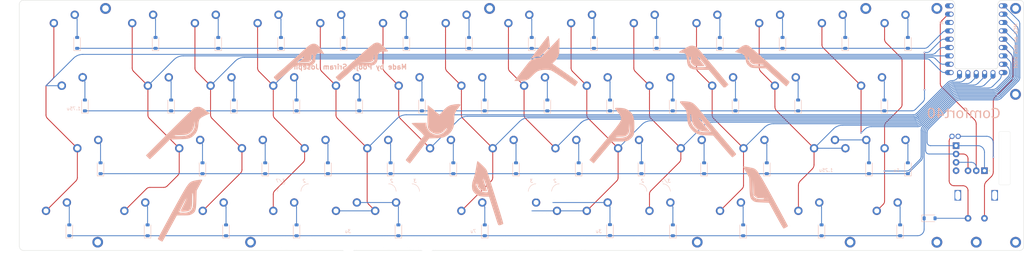
<source format=kicad_pcb>
(kicad_pcb (version 20241229) (generator "pcbnew") (generator_version "9.0")
  (layers (0 "F.Cu" signal) (2 "B.Cu" signal) (13 "F.Paste" user) (15 "B.Paste" user) (5 "F.SilkS" user "F.Silkscreen") (7 "B.SilkS" user "B.Silkscreen") (1 "F.Mask" user) (3 "B.Mask" user) (25 "Edge.Cuts" user))
  (net 0 "")
  (net 1 "ROW0")
  (net 2 "Net-(D1-A)")
  (net 3 "Net-(D2-A)")
  (net 4 "Net-(D3-A)")
  (net 5 "Net-(D4-A)")
  (net 6 "Net-(D5-A)")
  (net 7 "Net-(D6-A)")
  (net 8 "Net-(D7-A)")
  (net 9 "Net-(D8-A)")
  (net 10 "Net-(D9-A)")
  (net 11 "Net-(D10-A)")
  (net 12 "Net-(D11-A)")
  (net 13 "Net-(D12-A)")
  (net 14 "Net-(D13-A)")
  (net 15 "Net-(D14-A)")
  (net 16 "ROW1")
  (net 17 "Net-(D15-A)")
  (net 18 "Net-(D16-A)")
  (net 19 "Net-(D17-A)")
  (net 20 "Net-(D18-A)")
  (net 21 "Net-(D19-A)")
  (net 22 "Net-(D20-A)")
  (net 23 "Net-(D21-A)")
  (net 24 "Net-(D22-A)")
  (net 25 "Net-(D23-A)")
  (net 26 "Net-(D24-A)")
  (net 27 "Net-(D25-A)")
  (net 28 "Net-(D26-A)")
  (net 29 "Net-(D27-A)")
  (net 30 "ROW2")
  (net 31 "Net-(D28-A)")
  (net 32 "Net-(D29-A)")
  (net 33 "Net-(D30-A)")
  (net 34 "Net-(D31-A)")
  (net 35 "Net-(D32-A)")
  (net 36 "Net-(D33-A)")
  (net 37 "Net-(D34-A)")
  (net 38 "Net-(D35-A)")
  (net 39 "Net-(D36-A)")
  (net 40 "Net-(D37-A)")
  (net 41 "Net-(D38-A)")
  (net 42 "Net-(D39-A)")
  (net 43 "Net-(D41-A)")
  (net 44 "ROW3")
  (net 45 "Net-(D42-A)")
  (net 46 "Net-(D43-A)")
  (net 47 "Net-(D44-A)")
  (net 48 "Net-(D45-A)")
  (net 49 "Net-(D46-A)")
  (net 50 "Net-(D47-A)")
  (net 51 "Net-(D48-A)")
  (net 52 "Net-(D49-A)")
  (net 53 "Net-(D50-A)")
  (net 54 "Net-(D51-A)")
  (net 55 "Net-(D52-A)")
  (net 56 "Net-(D40-A)")
  (net 57 "ENC_CCW")
  (net 58 "ENC_CW")
  (net 59 "GND")
  (net 60 "COL0")
  (net 61 "COL1")
  (net 62 "COL2")
  (net 63 "COL3")
  (net 64 "COL4")
  (net 65 "COL5")
  (net 66 "COL6")
  (net 67 "COL7")
  (net 68 "COL8")
  (net 69 "COL9")
  (net 70 "COL10")
  (net 71 "COL11")
  (net 72 "COL13")
  (net 73 "COL12")
  (footprint "soroka-lib:MX175" (layer "F.Cu") (at 91.81 89.37625)
    (property "Reference" "SW15" (hide yes))
    (property "Value" "Stepped")
  )
  (footprint "kapee-keeb-parts:" (layer "F.Cu") (at 98.896119 134.476257)
    (property "Reference" "")
    (property "Value" "")
  )
  (footprint "kapee-keeb-parts:" (layer "F.Cu") (at 377.758619 89.478093)
    (property "Reference" "")
    (property "Value" "")
  )
  (footprint "soroka-lib:MX100" (layer "F.Cu") (at 308.45125 89.37625)
    (property "Reference" "SW26" (hide yes))
    (property "Value" "MX100")
  )
  (footprint "soroka-lib:MX100" (layer "F.Cu") (at 227.48875 70.32625)
    (property "Reference" "SW8" (hide yes))
    (property "Value" "MX100")
  )
  (footprint "kapee-keeb-parts:MCU_rp2040-zero-tht" (layer "F.Cu") (at 365.82415 72.68)
    (property "Reference" "U1" (hide yes))
    (property "Value" "RP2040-Zero" (hide yes))
  )
  (footprint "soroka-lib:MX100" (layer "F.Cu") (at 222.72625 108.42625)
    (property "Reference" "SW34" (hide yes))
    (property "Value" "MX100")
  )
  (footprint "kapee-keeb-parts:" (layer "F.Cu") (at 217.958619 63.326251)
    (property "Reference" "")
    (property "Value" "")
  )
  (footprint "soroka-lib:MX100" (layer "F.Cu") (at 279.87625 108.42625)
    (property "Reference" "SW37" (hide yes))
    (property "Value" "MX100")
  )
  (footprint "soroka-lib:MX275R" (layer "F.Cu") (at 234.6325 127.47625)
    (property "Reference" "SW54" (hide yes))
    (property "Value" "2.75u")
  )
  (footprint "soroka-lib:MX100" (layer "F.Cu") (at 194.15125 89.37625)
    (property "Reference" "SW20" (hide yes))
    (property "Value" "MX100")
  )
  (footprint "soroka-lib:MX100" (layer "F.Cu") (at 189.38875 70.32625)
    (property "Reference" "SW6" (hide yes))
    (property "Value" "MX100")
  )
  (footprint "soroka-lib:MX100" (layer "F.Cu") (at 303.68875 70.32625)
    (property "Reference" "SW12" (hide yes))
    (property "Value" "MX100")
  )
  (footprint "soroka-lib:MX100" (layer "F.Cu") (at 260.82625 108.42625)
    (property "Reference" "SW36" (hide yes))
    (property "Value" "MX100")
  )
  (footprint "kapee-keeb-parts:" (layer "F.Cu") (at 353.864619 63.301251)
    (property "Reference" "")
    (property "Value" "")
  )
  (footprint "soroka-lib:MX225" (layer "F.Cu") (at 187.0075 127.47625)
    (property "Reference" "SW47" (hide yes))
    (property "Value" "2.25u")
  )
  (footprint "kapee-keeb-parts:MX300R" (layer "F.Cu") (at 175.10125 127.47625)
    (property "Reference" "SW46" (hide yes))
    (property "Value" "3u")
  )
  (footprint "kapee-keeb-parts:EVQWGD001" (layer "F.Cu") (at 365.82325 112.1)
    (property "Reference" "SW3" (hide yes))
    (property "Value" "Rotary_Encoder_Switch" (hide yes))
    (fp_line (start 6.9 4.5) (end 6.9 -10.9) (stroke (width 0.05)) (layer "Edge.Cuts"))
    (fp_line (start 7.3 -11.3) (end 9.9 -11.3) (stroke (width 0.05)) (layer "Edge.Cuts"))
    (fp_line (start 9.9 4.9) (end 7.3 4.9) (stroke (width 0.05)) (layer "Edge.Cuts"))
    (fp_line (start 10.3 -10.9) (end 10.3 4.5) (stroke (width 0.05)) (layer "Edge.Cuts"))
    (fp_arc (start 6.9 -10.9) (mid 7.017157 -11.182843) (end 7.3 -11.3) (stroke (width 0.05)) (layer "Edge.Cuts"))
    (fp_arc (start 7.3 4.9) (mid 7.017157 4.782843) (end 6.9 4.5) (stroke (width 0.05)) (layer "Edge.Cuts"))
    (fp_arc (start 9.9 -11.3) (mid 10.182843 -11.182843) (end 10.3 -10.9) (stroke (width 0.05)) (layer "Edge.Cuts"))
    (fp_arc (start 10.3 4.5) (mid 10.182843 4.782843) (end 9.9 4.9) (stroke (width 0.05)) (layer "Edge.Cuts"))
  )
  (footprint "soroka-lib:MX100" (layer "F.Cu") (at 270.35125 89.37625)
    (property "Reference" "SW24" (hide yes))
    (property "Value" "MX100")
  )
  (footprint "kapee-keeb-parts:" (layer "F.Cu") (at 365.824119 134.476253)
    (property "Reference" "MP" (hide yes))
    (property "Value" "")
  )
  (footprint "soroka-lib:MX175" (layer "F.Cu") (at 334.645 89.37625)
    (property "Reference" "SW27" (hide yes))
    (property "Value" "MX175")
  )
  (footprint "soroka-lib:MX100" (layer "F.Cu") (at 208.43875 70.32625)
    (property "Reference" "SW7" (hide yes))
    (property "Value" "MX100")
  )
  (footprint "soroka-lib:MX100" (layer "F.Cu") (at 246.53875 70.32625)
    (property "Reference" "SW9" (hide yes))
    (property "Value" "MX100")
  )
  (footprint "kapee-keeb-parts:MX125" (layer "F.Cu") (at 320.3575 108.42625)
    (property "Reference" "SW39" (hide yes))
    (property "Value" "1.25u")
  )
  (footprint "soroka-lib:MX100" (layer "F.Cu") (at 184.62625 108.42625)
    (property "Reference" "SW32" (hide yes))
    (property "Value" "MX100")
  )
  (footprint "soroka-lib:MX100" (layer "F.Cu") (at 146.52625 108.42625)
    (property "Reference" "SW30" (hide yes))
    (property "Value" "MX100")
  )
  (footprint "kapee-keeb-parts:RotaryEncoder_Alps_EC11E-Switch_Vertical_H20mm" (layer "F.Cu") (at 368.32415 112.71 -90)
    (property "Reference" "SW55" (hide yes))
    (property "Value" "RotaryEncoder_Switch" (hide yes))
  )
  (footprint "soroka-lib:MX100" (layer "F.Cu") (at 117.95125 89.37625)
    (property "Reference" "SW16" (hide yes))
    (property "Value" "MX100")
  )
  (footprint "soroka-lib:MX100" (layer "F.Cu") (at 127.47625 108.42625)
    (property "Reference" "SW29" (hide yes))
    (property "Value" "MX100")
  )
  (footprint "kapee-keeb-parts:" (layer "F.Cu") (at 281.062369 134.476257)
    (property "Reference" "")
    (property "Value" "")
  )
  (footprint "soroka-lib:MX100" (layer "F.Cu") (at 251.30125 89.37625)
    (property "Reference" "SW23" (hide yes))
    (property "Value" "MX100")
  )
  (footprint "kapee-keeb-parts:" (layer "F.Cu") (at 101.267974 63.326251)
    (property "Reference" "")
    (property "Value" "")
  )
  (footprint "soroka-lib:MX100" (layer "F.Cu") (at 156.05125 127.47625)
    (property "Reference" "SW45" (hide yes))
    (property "Value" "MX100")
  )
  (footprint "kapee-keeb-parts:" (layer "F.Cu") (at 377.783619 134.501255)
    (property "Reference" "")
    (property "Value" "")
  )
  (footprint "kapee-keeb-parts:" (layer "F.Cu") (at 377.783619 63.301251)
    (property "Reference" "")
    (property "Value" "")
  )
  (footprint "kapee-keeb-parts:" (layer "F.Cu") (at 332.258619 63.326249)
    (property "Reference" "")
    (property "Value" "")
  )
  (footprint "kapee-keeb-parts:MX200R" (layer "F.Cu") (at 175.10125 127.47625)
    (property "Reference" "SW**" (hide yes))
    (property "Value" "MX200R")
  )
  (footprint "soroka-lib:MX100" (layer "F.Cu") (at 341.78875 70.32625)
    (property "Reference" "SW14" (hide yes))
    (property "Value" "MX100")
  )
  (footprint "soroka-lib:MX100" (layer "F.Cu") (at 232.25125 89.37625)
    (property "Reference" "SW22" (hide yes))
    (property "Value" "MX100")
  )
  (footprint "soroka-lib:MX125" (layer "F.Cu") (at 315.595 127.47625)
    (property "Reference" "SW52" (hide yes))
    (property "Value" "MX125")
  )
  (footprint "soroka-lib:MX100" (layer "F.Cu") (at 156.05125 89.37625)
    (property "Reference" "SW18" (hide yes))
    (property "Value" "MX100")
  )
  (footprint "soroka-lib:MX100" (layer "F.Cu") (at 137.00125 89.37625)
    (property "Reference" "SW17" (hide yes))
    (property "Value" "MX100")
  )
  (footprint "kapee-keeb-parts:" (layer "F.Cu") (at 353.864619 134.501253)
    (property "Reference" "")
    (property "Value" "")
  )
  (footprint "soroka-lib:MX225" (layer "F.Cu") (at 329.8825 108.42625)
    (property "Reference" "SW40" (hide yes))
    (property "Value" "2.25u")
  )
  (footprint "soroka-lib:MX100" (layer "F.Cu") (at 170.33875 70.32625)
    (property "Reference" "SW5" (hide yes))
    (property "Value" "MX100")
  )
  (footprint "soroka-lib:MX100" (layer "F.Cu") (at 113.18875 70.32625)
    (property "Reference" "SW2" (hide yes))
    (property "Value" "MX100")
  )
  (footprint "soroka-lib:MX100" (layer "F.Cu") (at 165.57625 108.42625)
    (property "Reference" "SW31" (hide yes))
    (property "Value" "MX100")
  )
  (footprint "kapee-keeb-parts:" (layer "F.Cu") (at 145.329869 134.476257)
    (property "Reference" "")
    (property "Value" "")
  )
  (footprint "soroka-lib:MX100" (layer "F.Cu") (at 175.10125 89.37625)
    (property "Reference" "SW19" (hide yes))
    (property "Value" "MX100")
  )
  (footprint "kapee-keeb-parts:MX300R" (layer "F.Cu") (at 251.30125 127.47625)
    (property "Reference" "SW49" (hide yes))
    (property "Value" "3u")
  )
  (footprint "soroka-lib:MX100" (layer "F.Cu") (at 270.35125 127.47625)
    (property "Reference" "SW50" (hide yes))
    (property "Value" "MX100")
  )
  (footprint "soroka-lib:MX225" (layer "F.Cu") (at 96.52 108.42625)
    (property "Reference" "SW28" (hide yes))
    (property "Value" "MX225R")
  )
  (footprint "soroka-lib:MX125" (layer "F.Cu") (at 291.7825 127.47625)
    (property "Reference" "SW51" (hide yes))
    (property "Value" "MX125")
  )
  (footprint "kapee-keeb-parts:MX100" (layer "F.Cu") (at 213.20125 127.47625)
    (property "Reference" "SW48" (hide yes))
    (property "Value" "7u")
  )
  (footprint "soroka-lib:MX100" (layer "F.Cu") (at 265.58875 70.32625)
    (property "Reference" "SW10" (hide yes))
    (property "Value" "MX100")
  )
  (footprint "soroka-lib:MX100" (layer "F.Cu") (at 132.23875 70.32625)
    (property "Reference" "SW3" (hide yes))
    (property "Value" "MX100")
  )
  (footprint "soroka-lib:MX125" (layer "F.Cu") (at 134.62 127.47625)
    (property "Reference" "SW44" (hide yes))
    (property "Value" "MX125")
  )
  (footprint "soroka-lib:MX125" (layer "F.Cu") (at 86.995 127.47625)
    (property "Reference" "SW42" (hide yes))
    (property "Value" "MX125")
  )
  (footprint "soroka-lib:MX100" (layer "F.Cu") (at 284.63875 70.32625)
    (property "Reference" "SW11" (hide yes))
    (property "Value" "MX100")
  )
  (footprint "soroka-lib:MX100" (layer "F.Cu") (at 322.73875 70.32625)
    (property "Reference" "SW13" (hide yes))
    (property "Value" "MX100")
  )
  (footprint "soroka-lib:MX150" (layer "F.Cu") (at 89.37625 70.32625)
    (property "Reference" "SW1" (hide yes))
    (property "Value" "MX150")
  )
  (footprint "kapee-keeb-parts:MX175" (layer "F.Cu") (at 91.7575 89.37625)
    (property "Reference" "SW55" (hide yes))
    (property "Value" "1.75u")
  )
  (footprint "kapee-keeb-parts:MX200R" (layer "F.Cu") (at 251.30125 127.47625)
    (property "Reference" "SW**" (hide yes))
    (property "Value" "MX200R")
  )
  (footprint "kapee-keeb-parts:MX100" (layer "F.Cu") (at 341.78875 108.42625)
    (property "Reference" "SW41" (hide yes))
    (property "Value" "1u")
  )
  (footprint "soroka-lib:MX100" (layer "F.Cu") (at 213.20125 89.37625)
    (property "Reference" "SW21" (hide yes))
    (property "Value" "MX100")
  )
  (footprint "soroka-lib:MX100" (layer "F.Cu") (at 289.40125 89.37625)
    (property "Reference" "SW25" (hide yes))
    (property "Value" "MX100")
  )
  (footprint "soroka-lib:MX100" (layer "F.Cu") (at 151.28875 70.32625)
    (property "Reference" "SW4" (hide yes))
    (property "Value" "MX100")
  )
  (footprint "soroka-lib:MX125" (layer "F.Cu") (at 110.8075 127.47625)
    (property "Reference" "SW43" (hide yes))
    (property "Value" "MX125")
  )
  (footprint "soroka-lib:MX100" (layer "F.Cu") (at 203.67625 108.42625)
    (property "Reference" "SW33" (hide yes))
    (property "Value" "MX100")
  )
  (footprint "kapee-keeb-parts:" (layer "F.Cu") (at 327.496119 134.476257)
    (property "Reference" "")
    (property "Value" "")
  )
  (footprint "soroka-lib:MX100" (layer "F.Cu") (at 241.77625 108.42625)
    (property "Reference" "SW35" (hide yes))
    (property "Value" "MX100")
  )
  (footprint "soroka-lib:MX125" (layer "F.Cu") (at 339.4075 127.47625)
    (property "Reference" "SW53" (hide yes))
    (property "Value" "MX125")
  )
  (footprint "soroka-lib:MX100" (layer "F.Cu") (at 298.92625 108.42625)
    (property "Reference" "SW38" (hide yes))
    (property "Value" "MX100")
  )
  (footprint "kapee-keeb-parts:D_SOD-123" (layer "B.Cu") (at 149.78875 111.97 90)
    (property "Reference" "D30" (hide yes))
    (property "Value" "1N4148W")
  )
  (footprint "kapee-keeb-parts:D_SOD-123" (layer "B.Cu") (at 292.65625 92.85 90)
    (property "Reference" "D25" (hide yes))
    (property "Value" "1N4148W")
  )
  (footprint "kapee-keeb-parts:D_SOD-123" (layer "B.Cu") (at 342.7 130.86 90)
    (property "Reference" "D42" (hide yes))
    (property "Value" "1N4148W" (hide yes))
  )
  (footprint "kapee-keeb-parts:D_SOD-123" (layer "B.Cu") (at 273.60625 92.85 90)
    (property "Reference" "D24" (hide yes))
    (property "Value" "1N4148W")
  )
  (footprint "kapee-keeb-parts:D_SOD-123" (layer "B.Cu") (at 173.61875 73.81 90)
    (property "Reference" "D5" (hide yes))
    (property "Value" "1N4148W")
  )
  (footprint "kapee-keeb-parts:D_SOD-123" (layer "B.Cu") (at 190.25 130.86 90)
    (property "Reference" "D48" (hide yes))
    (property "Value" "1N4148W")
  )
  (footprint "kapee-keeb-parts:D_SOD-123" (layer "B.Cu") (at 121.20625 92.85 90)
    (property "Reference" "D16" (hide yes))
    (property "Value" "1N4148W")
  )
  (footprint "kapee-keeb-parts:D_SOD-123" (layer "B.Cu") (at 114.05625 130.86 90)
    (property "Reference" "D51" (hide yes))
    (property "Value" "1N4148W")
  )
  (footprint "kapee-keeb-parts:D_SOD-123" (layer "B.Cu") (at 159.30625 92.85 90)
    (property "Reference" "D18" (hide yes))
    (property "Value" "1N4148W")
  )
  (footprint "kapee-keeb-parts:D_SOD-123" (layer "B.Cu") (at 287.91875 73.81 90)
    (property "Reference" "D11" (hide yes))
    (property "Value" "1N4148W")
  )
  (footprint "kapee-keeb-parts:D_SOD-123" (layer "B.Cu") (at 326.01875 73.81 90)
    (property "Reference" "D13" (hide yes))
    (property "Value" "1N4148W")
  )
  (footprint "kapee-keeb-parts:D_SOD-123" (layer "B.Cu") (at 283.13875 111.97 90)
    (property "Reference" "D37" (hide yes))
    (property "Value" "1N4148W")
  )
  (footprint "kapee-keeb-parts:D_SOD-123" (layer "B.Cu") (at 318.82875 130.86 90)
    (property "Reference" "D43" (hide yes))
    (property "Value" "1N4148W")
  )
  (footprint "kapee-keeb-parts:D_SOD-123" (layer "B.Cu") (at 140.25625 92.85 90)
    (property "Reference" "D17" (hide yes))
    (property "Value" "1N4148W")
  )
  (footprint "kapee-keeb-parts:D_SOD-123" (layer "B.Cu") (at 254.55625 92.85 90)
    (property "Reference" "D23" (hide yes))
    (property "Value" "1N4148W")
  )
  (footprint "kapee-keeb-parts:D_SOD-123" (layer "B.Cu") (at 216.5 130.86 90)
    (property "Reference" "D47" (hide yes))
    (property "Value" "1N4148W")
  )
  (footprint "kapee-keeb-parts:D_SOD-123" (layer "B.Cu") (at 230.76875 73.81 90)
    (property "Reference" "D8" (hide yes))
    (property "Value" "1N4148W")
  )
  (footprint "kapee-keeb-parts:D_SOD-123" (layer "B.Cu") (at 154.56875 73.81 90)
    (property "Reference" "D4" (hide yes))
    (property "Value" "1N4148W")
  )
  (footprint "kapee-keeb-parts:D_SOD-123" (layer "B.Cu") (at 197.40625 92.85 90)
    (property "Reference" "D20" (hide yes))
    (property "Value" "1N4148W")
  )
  (footprint "kapee-keeb-parts:D_SOD-123" (layer "B.Cu") (at 211.71875 73.81 90)
    (property "Reference" "D7" (hide yes))
    (property "Value" "1N4148W")
  )
  (footprint "kapee-keeb-parts:D_SOD-123" (layer "B.Cu") (at 245.03875 111.97 90)
    (property "Reference" "D35" (hide yes))
    (property "Value" "1N4148W")
  )
  (footprint "kapee-keeb-parts:D_SOD-123" (layer "B.Cu") (at 351.65 127.21)
    (property "Reference" "D40" (hide yes))
    (property "Value" "1N4148W" (hide yes))
  )
  (footprint "kapee-keeb-parts:D_SOD-123" (layer "B.Cu") (at 206.93875 111.97 90)
    (property "Reference" "D33" (hide yes))
    (property "Value" "1N4148W")
  )
  (footprint "kapee-keeb-parts:D_SOD-123" (layer "B.Cu") (at 273.64625 130.86 90)
    (property "Reference" "D45" (hide yes))
    (property "Value" "1N4148W")
  )
  (footprint "kapee-keeb-parts:D_SOD-123" (layer "B.Cu") (at 187.88875 111.97 90)
    (property "Reference" "D32" (hide yes))
    (property "Value" "1N4148W")
  )
  (footprint "kapee-keeb-parts:D_SOD-123" (layer "B.Cu") (at 137.88875 130.86 90)
    (property "Reference" "D50" (hide yes))
    (property "Value" "1N4148W")
  )
  (footprint "kapee-keeb-parts:D_SOD-123" (layer "B.Cu") (at 264.08875 111.97 90)
    (property "Reference" "D36" (hide yes))
    (property "Value" "1N4148W")
  )
  (footprint "kapee-keeb-parts:D_SOD-123" (layer "B.Cu") (at 92.65 73.81 90)
    (property "Reference" "D1" (hide yes))
    (property "Value" "1N4148W")
  )
  (footprint "kapee-keeb-parts:D_SOD-123" (layer "B.Cu") (at 333.22 111.97 90)
    (property "Reference" "D39" (hide yes))
    (property "Value" "1N4148W")
  )
  (footprint "kapee-keeb-parts:D_SOD-123" (layer "B.Cu") (at 345.05 111.97 90)
    (property "Reference" "D41" (hide yes))
    (property "Value" "1N4148W")
  )
  (footprint "kapee-keeb-parts:D_SOD-123" (layer "B.Cu") (at 254.53875 130.785 90)
    (property "Reference" "D46" (hide yes))
    (property "Value" "1N4148W")
  )
  (footprint "kapee-keeb-parts:D_SOD-123" (layer "B.Cu") (at 235.50625 92.85 90)
    (property "Reference" "D22" (hide yes))
    (property "Value" "1N4148W")
  )
  (footprint "kapee-keeb-parts:D_SOD-123" (layer "B.Cu") (at 99.76625 111.97 90)
    (property "Reference" "D28" (hide yes))
    (property "Value" "1N4148W")
  )
  (footprint "kapee-keeb-parts:D_SOD-123" (layer "B.Cu") (at 306.96875 73.81 90)
    (property "Reference" "D12" (hide yes))
    (property "Value" "1N4148W")
  )
  (footprint "kapee-keeb-parts:D_SOD-123" (layer "B.Cu") (at 337.9 92.85 90)
    (property "Reference" "D27" (hide yes))
    (property "Value" "1N4148W")
  )
  (footprint "kapee-keeb-parts:D_SOD-123" (layer "B.Cu") (at 95 92.85 90)
    (property "Reference" "D15" (hide yes))
    (property "Value" "1N4148W")
  )
  (footprint "kapee-keeb-parts:D_SOD-123" (layer "B.Cu") (at 90.26 130.86 90)
    (property "Reference" "D52" (hide yes))
    (property "Value" "1N4148W")
  )
  (footprint "kapee-keeb-parts:D_SOD-123" (layer "B.Cu") (at 116.46875 73.81 90)
    (property "Reference" "D2" (hide yes))
    (property "Value" "1N4148W")
  )
  (footprint "kapee-keeb-parts:D_SOD-123" (layer "B.Cu") (at 302.18875 111.97 90)
    (property "Reference" "D38" (hide yes))
    (property "Value" "1N4148W")
  )
  (footprint "kapee-keeb-parts:D_SOD-123" (layer "B.Cu") (at 225.98875 111.97 90)
    (property "Reference" "D34" (hide yes))
    (property "Value" "1N4148W")
  )
  (footprint "kapee-keeb-parts:D_SOD-123" (layer "B.Cu") (at 311.70625 92.85 90)
    (property "Reference" "D26" (hide yes))
    (property "Value" "1N4148W")
  )
  (footprint "kapee-keeb-parts:D_SOD-123" (layer "B.Cu") (at 192.66875 73.81 90)
    (property "Reference" "D6" (hide yes))
    (property "Value" "1N4148W")
  )
  (footprint "kapee-keeb-parts:D_SOD-123" (layer "B.Cu") (at 178.35625 92.85 90)
    (property "Reference" "D19" (hide yes))
    (property "Value" "1N4148W")
  )
  (footprint "kapee-keeb-parts:D_SOD-123" (layer "B.Cu") (at 216.45625 92.85 90)
    (property "Reference" "D21" (hide yes))
    (property "Value" "1N4148W")
  )
  (footprint "kapee-keeb-parts:D_SOD-123" (layer "B.Cu") (at 249.65875 73.81 90)
    (property "Reference" "D9" (hide yes))
    (property "Value" "1N4148W")
  )
  (footprint "kapee-keeb-parts:D_SOD-123" (layer "B.Cu") (at 135.51875 73.81 90)
    (property "Reference" "D3" (hide yes))
    (property "Value" "1N4148W")
  )
  (footprint "kapee-keeb-parts:D_SOD-123" (layer "B.Cu") (at 159.31625 130.86 90)
    (property "Reference" "D49" (hide yes))
    (property "Value" "1N4148W")
  )
  (footprint "kapee-keeb-parts:D_SOD-123" (layer "B.Cu") (at 268.70625 73.81 90)
    (property "Reference" "D10" (hide yes))
    (property "Value" "1N4148W")
  )
  (footprint "kapee-keeb-parts:D_SOD-123" (layer "B.Cu") (at 168.83875 111.97 90)
    (property "Reference" "D31" (hide yes))
    (property "Value" "1N4148W")
  )
  (footprint "kapee-keeb-parts:D_SOD-123" (layer "B.Cu") (at 295.00875 130.86 90)
    (property "Reference" "D44" (hide yes))
    (property "Value" "1N4148W")
  )
  (footprint "kapee-keeb-parts:D_SOD-123" (layer "B.Cu") (at 130.73875 111.97 90)
    (property "Reference" "D29" (hide yes))
    (property "Value" "1N4148W")
  )
  (footprint "kapee-keeb-parts:D_SOD-123" (layer "B.Cu") (at 345.05 73.8 90)
    (property "Reference" "D14" (hide yes))
    (property "Value" "1N4148W")
  )
  (footprint "LOGO" (layer "B.Cu") (at 216.2 101.4 180)
    (property "Reference" "G***" (hide yes))
    (property "Value" "LOGO" (hide yes))
  )
  (gr_line (start 371.597619 81.701253) (end 360.097619 81.701253) (stroke (width 0.1)) (layer "Edge.Cuts"))
  (gr_line (start 76.383619 137) (end 378.983619 137) (stroke (width 0.1)) (layer "Edge.Cuts"))
  (gr_line (start 378.983619 60.801249) (end 373.697619 60.801249) (stroke (width 0.1)) (layer "Edge.Cuts"))
  (gr_line (start 371.775636 81.681239) (end 371.597619 81.701253) (stroke (width 0.1)) (layer "Edge.Cuts"))
  (gr_arc (start 76.383619 137) (mid 75.46438 136.619239) (end 75.083619 135.7) (stroke (width 0.1)) (layer "Edge.Cuts"))
  (gr_line (start 372.397619 80.901253) (end 372.377552 81.079271) (stroke (width 0.1)) (layer "Edge.Cuts"))
  (gr_line (start 372.318381 81.248363) (end 372.223072 81.400051) (stroke (width 0.1)) (layer "Edge.Cuts"))
  (gr_line (start 359.317618 81.079275) (end 359.297619 80.901253) (stroke (width 0.1)) (layer "Edge.Cuts"))
  (gr_line (start 355.3 60.801249) (end 76.383619 60.801249) (stroke (width 0.1)) (layer "Edge.Cuts"))
  (gr_line (start 359.750496 81.622035) (end 359.598802 81.526727) (stroke (width 0.1)) (layer "Edge.Cuts"))
  (gr_line (start 359.598802 81.526727) (end 359.472118 81.400055) (stroke (width 0.1)) (layer "Edge.Cuts"))
  (gr_line (start 372.223072 81.400051) (end 372.096402 81.526731) (stroke (width 0.1)) (layer "Edge.Cuts"))
  (gr_line (start 372.377552 81.079271) (end 372.318381 81.248363) (stroke (width 0.1)) (layer "Edge.Cuts"))
  (gr_arc (start 372.397619 62.101249) (mid 372.778364 61.181985) (end 373.697619 60.801249) (stroke (width 0.1)) (layer "Edge.Cuts"))
  (gr_line (start 359.297619 80.9) (end 359.297619 62.101249) (stroke (width 0.1)) (layer "Edge.Cuts"))
  (gr_line (start 359.376797 81.248369) (end 359.317618 81.079275) (stroke (width 0.1)) (layer "Edge.Cuts"))
  (gr_arc (start 380.283619 135.7) (mid 379.902859 136.619246) (end 378.983619 137) (stroke (width 0.1)) (layer "Edge.Cuts"))
  (gr_line (start 75.083619 135.7) (end 75.083619 62.101249) (stroke (width 0.1)) (layer "Edge.Cuts"))
  (gr_line (start 355.3 60.801249) (end 357.997619 60.801249) (stroke (width 0.1)) (layer "Edge.Cuts"))
  (gr_arc (start 75.083619 62.101249) (mid 75.464364 61.181985) (end 76.383619 60.801249) (stroke (width 0.1)) (layer "Edge.Cuts"))
  (gr_line (start 360.097619 81.701253) (end 359.919595 81.681199) (stroke (width 0.1)) (layer "Edge.Cuts"))
  (gr_line (start 359.472118 81.400055) (end 359.376797 81.248369) (stroke (width 0.1)) (layer "Edge.Cuts"))
  (gr_line (start 372.397619 80.901253) (end 372.397619 62.101249) (stroke (width 0.1)) (layer "Edge.Cuts"))
  (gr_arc (start 378.983619 60.801249) (mid 379.902858 61.18201) (end 380.283619 62.101249) (stroke (width 0.1)) (layer "Edge.Cuts"))
  (gr_arc (start 357.997619 60.801249) (mid 358.916828 61.18202) (end 359.297619 62.101249) (stroke (width 0.1)) (layer "Edge.Cuts"))
  (gr_line (start 371.944722 81.622054) (end 371.775636 81.681239) (stroke (width 0.1)) (layer "Edge.Cuts"))
  (gr_line (start 372.096402 81.526731) (end 371.944722 81.622054) (stroke (width 0.1)) (layer "Edge.Cuts"))
  (gr_line (start 359.919595 81.681199) (end 359.750496 81.622035) (stroke (width 0.1)) (layer "Edge.Cuts"))
  (gr_line (start 380.283619 62.101249) (end 380.283619 135.7) (stroke (width 0.1)) (layer "Edge.Cuts"))
  (gr_text "MCU on this side!" (at 378.4 67.8 90) (layer "B.SilkS") (effects (font (size 1 1) (thickness 0.15) (italic yes)) (justify left bottom mirror)))
  (gr_text "Made by Poojit Sriram Joseph" (at 193 82 0) (layer "B.SilkS") (effects (font (size 1.5 1.5) (thickness 0.3) (bold yes)) (justify left bottom mirror)))
  (gr_text "3V" (at 354.45 67.65 0) (layer "B.SilkS") (effects (font (size 0.8 0.8) (thickness 0.1)) (justify right mirror)))
  (gr_text "Comfort40\n" (at 373.179279 97.2 0) (layer "B.SilkS") (effects (font (size 3 3) (thickness 0.5)) (justify left bottom mirror)))
  (segment (start 345.05 75.45) (end 92.66 75.45) (width 0.25) (layer "B.Cu") (net 1))
  (segment (start 356.375913 70.141937) (end 358.569813 70.141937) (width 0.25) (layer "B.Cu") (net 1))
  (segment (start 351.18934 75.01066) (end 355.62066 70.57934) (width 0.25) (layer "B.Cu") (net 1))
  (segment (start 345.05 75.45) (end 350.12868 75.45) (width 0.25) (layer "B.Cu") (net 1))
  (arc (start 355.62066 70.57934) (mid 356.107295 70.254181) (end 356.68132 70.14) (width 0.25) (layer "B.Cu") (net 1))
  (arc (start 350.12868 75.45) (mid 350.702705 75.335819) (end 351.18934 75.01066) (width 0.25) (layer "B.Cu") (net 1))
  (segment (start 92.65 72.16) (end 92.65 66.808427) (width 0.25) (layer "B.Cu") (net 2))
  (arc (start 92.064213 65.394213) (mid 92.497759 66.04306) (end 92.65 66.808427) (width 0.25) (layer "B.Cu") (net 2))
  (segment (start 116.46875 72.16) (end 116.46875 66.814677) (width 0.25) (layer "B.Cu") (net 3))
  (arc (start 116.46875 66.814677) (mid 116.316509 66.04931) (end 115.882963 65.400463) (width 0.25) (layer "B.Cu") (net 3))
  (segment (start 135.51875 72.16) (end 135.51875 66.814677) (width 0.25) (layer "B.Cu") (net 4))
  (arc (start 134.932963 65.400463) (mid 135.366509 66.04931) (end 135.51875 66.814677) (width 0.25) (layer "B.Cu") (net 4))
  (segment (start 154.56875 72.16) (end 154.56875 66.814677) (width 0.25) (layer "B.Cu") (net 5))
  (arc (start 154.56875 66.814677) (mid 154.416509 66.04931) (end 153.982963 65.400463) (width 0.25) (layer "B.Cu") (net 5))
  (segment (start 173.61875 72.16) (end 173.61875 66.814677) (width 0.25) (layer "B.Cu") (net 6))
  (arc (start 173.61875 66.814677) (mid 173.466509 66.04931) (end 173.032963 65.400463) (width 0.25) (layer "B.Cu") (net 6))
  (segment (start 192.66875 72.16) (end 192.66875 66.814677) (width 0.25) (layer "B.Cu") (net 7))
  (arc (start 192.66875 66.814677) (mid 192.516509 66.04931) (end 192.082963 65.400463) (width 0.25) (layer "B.Cu") (net 7))
  (segment (start 211.71875 72.16) (end 211.71875 66.814677) (width 0.25) (layer "B.Cu") (net 8))
  (arc (start 211.132963 65.400463) (mid 211.566509 66.04931) (end 211.71875 66.814677) (width 0.25) (layer "B.Cu") (net 8))
  (segment (start 230.76875 72.16) (end 230.76875 66.814677) (width 0.25) (layer "B.Cu") (net 9))
  (arc (start 230.182963 65.400463) (mid 230.616509 66.04931) (end 230.76875 66.814677) (width 0.25) (layer "B.Cu") (net 9))
  (segment (start 249.65875 72.16) (end 249.65875 66.240464) (width 0.25) (layer "B.Cu") (net 10))
  (arc (start 249.365857 65.533357) (mid 249.58263 65.85778) (end 249.65875 66.240464) (width 0.25) (layer "B.Cu") (net 10))
  (segment (start 268.70625 72.16) (end 268.70625 66.237964) (width 0.25) (layer "B.Cu") (net 11))
  (arc (start 268.413357 65.530857) (mid 268.63013 65.85528) (end 268.70625 66.237964) (width 0.25) (layer "B.Cu") (net 11))
  (segment (start 287.91875 72.16) (end 287.91875 66.814677) (width 0.25) (layer "B.Cu") (net 12))
  (arc (start 287.332963 65.400463) (mid 287.766509 66.04931) (end 287.91875 66.814677) (width 0.25) (layer "B.Cu") (net 12))
  (segment (start 306.96875 72.16) (end 306.96875 66.814677) (width 0.25) (layer "B.Cu") (net 13))
  (arc (start 306.382963 65.400463) (mid 306.816509 66.04931) (end 306.96875 66.814677) (width 0.25) (layer "B.Cu") (net 13))
  (segment (start 326.01875 72.16) (end 326.01875 66.814677) (width 0.25) (layer "B.Cu") (net 14))
  (arc (start 325.432963 65.400463) (mid 325.866509 66.04931) (end 326.01875 66.814677) (width 0.25) (layer "B.Cu") (net 14))
  (segment (start 345.05 72.15) (end 345.05 66.795927) (width 0.25) (layer "B.Cu") (net 15))
  (arc (start 345.05 66.795927) (mid 344.897759 66.03056) (end 344.464213 65.381713) (width 0.25) (layer "B.Cu") (net 15))
  (segment (start 350.1 88.1) (end 350.1 76.7355) (width 0.25) (layer "F.Cu") (net 16))
  (via (at 350.1 76.7355) (size 0.5) (drill 0.3) (layers "F.Cu" "B.Cu") (net 16))
  (via (at 350.1 88.1) (size 0.5) (drill 0.3) (layers "F.Cu" "B.Cu") (net 16))
  (segment (start 95 94.5) (end 337.9 94.5) (width 0.25) (layer "B.Cu") (net 16))
  (segment (start 350.1 88.1) (end 350.1 90.67868) (width 0.25) (layer "B.Cu") (net 16))
  (segment (start 351.80384 76.29616) (end 354.98066 73.11934) (width 0.25) (layer "B.Cu") (net 16))
  (segment (start 346.27868 94.5) (end 337.9 94.5) (width 0.25) (layer "B.Cu") (net 16))
  (segment (start 356.04132 72.68) (end 358.20415 72.68) (width 0.25) (layer "B.Cu") (net 16))
  (segment (start 349.66066 91.73934) (end 347.33934 94.06066) (width 0.25) (layer "B.Cu") (net 16))
  (segment (start 350.1 76.7355) (end 350.74318 76.7355) (width 0.25) (layer "B.Cu") (net 16))
  (arc (start 351.80384 76.29616) (mid 351.317205 76.621319) (end 350.74318 76.7355) (width 0.25) (layer "B.Cu") (net 16))
  (arc (start 350.1 90.67868) (mid 349.985819 91.252705) (end 349.66066 91.73934) (width 0.25) (layer "B.Cu") (net 16))
  (arc (start 346.27868 94.5) (mid 346.852705 94.385819) (end 347.33934 94.06066) (width 0.25) (layer "B.Cu") (net 16))
  (arc (start 354.98066 73.11934) (mid 355.467295 72.794181) (end 356.04132 72.68) (width 0.25) (layer "B.Cu") (net 16))
  (segment (start 95 91.2) (end 95 85.827177) (width 0.25) (layer "B.Cu") (net 17))
  (arc (start 95 85.827177) (mid 94.847759 85.06181) (end 94.414213 84.412963) (width 0.25) (layer "B.Cu") (net 17))
  (segment (start 121.20625 91.2) (end 121.20625 85.839677) (width 0.25) (layer "B.Cu") (net 18))
  (arc (start 120.620463 84.425463) (mid 121.054009 85.07431) (end 121.20625 85.839677) (width 0.25) (layer "B.Cu") (net 18))
  (segment (start 140.25625 91.2) (end 140.25625 85.839677) (width 0.25) (layer "B.Cu") (net 19))
  (arc (start 139.670463 84.425463) (mid 140.104009 85.07431) (end 140.25625 85.839677) (width 0.25) (layer "B.Cu") (net 19))
  (segment (start 159.30625 91.2) (end 159.30625 85.839677) (width 0.25) (layer "B.Cu") (net 20))
  (arc (start 158.720463 84.425463) (mid 159.154009 85.07431) (end 159.30625 85.839677) (width 0.25) (layer "B.Cu") (net 20))
  (segment (start 178.35625 91.2) (end 178.35625 85.839677) (width 0.25) (layer "B.Cu") (net 21))
  (arc (start 177.770463 84.425463) (mid 178.204009 85.07431) (end 178.35625 85.839677) (width 0.25) (layer "B.Cu") (net 21))
  (segment (start 197.40625 91.2) (end 197.40625 85.839677) (width 0.25) (layer "B.Cu") (net 22))
  (arc (start 197.40625 85.839677) (mid 197.254009 85.07431) (end 196.820463 84.425463) (width 0.25) (layer "B.Cu") (net 22))
  (segment (start 216.45625 91.2) (end 216.45625 85.839677) (width 0.25) (layer "B.Cu") (net 23))
  (arc (start 215.870463 84.425463) (mid 216.304009 85.07431) (end 216.45625 85.839677) (width 0.25) (layer "B.Cu") (net 23))
  (segment (start 235.50625 91.2) (end 235.50625 85.839677) (width 0.25) (layer "B.Cu") (net 24))
  (arc (start 235.50625 85.839677) (mid 235.354009 85.07431) (end 234.920463 84.425463) (width 0.25) (layer "B.Cu") (net 24))
  (segment (start 254.55625 91.2) (end 254.55625 85.839677) (width 0.25) (layer "B.Cu") (net 25))
  (arc (start 254.55625 85.839677) (mid 254.404009 85.07431) (end 253.970463 84.425463) (width 0.25) (layer "B.Cu") (net 25))
  (segment (start 273.60625 91.2) (end 273.60625 85.839677) (width 0.25) (layer "B.Cu") (net 26))
  (arc (start 273.60625 85.839677) (mid 273.454009 85.07431) (end 273.020463 84.425463) (width 0.25) (layer "B.Cu") (net 26))
  (segment (start 292.65625 91.2) (end 292.65625 85.839677) (width 0.25) (layer "B.Cu") (net 27))
  (arc (start 292.070463 84.425463) (mid 292.504009 85.07431) (end 292.65625 85.839677) (width 0.25) (layer "B.Cu") (net 27))
  (segment (start 311.70625 91.2) (end 311.70625 85.839677) (width 0.25) (layer "B.Cu") (net 28))
  (arc (start 311.70625 85.839677) (mid 311.554009 85.07431) (end 311.120463 84.425463) (width 0.25) (layer "B.Cu") (net 28))
  (segment (start 337.9 91.2) (end 337.9 85.839677) (width 0.25) (layer "B.Cu") (net 29))
  (arc (start 337.9 85.839677) (mid 337.747759 85.07431) (end 337.314213 84.425463) (width 0.25) (layer "B.Cu") (net 29))
  (segment (start 349.55 108.49868) (end 349.55 100.642387) (width 0.25) (layer "B.Cu") (net 30))
  (segment (start 377.7 83.824264) (end 377.7 74.02132) (width 0.25) (layer "B.Cu") (net 30))
  (segment (start 345.05 113.62) (end 349.11066 109.55934) (width 0.25) (layer "B.Cu") (net 30))
  (segment (start 377.26066 72.96066) (end 374.87934 70.57934) (width 0.25) (layer "B.Cu") (net 30))
  (segment (start 99.76625 113.62) (end 130.73875 113.62) (width 0.25) (layer "B.Cu") (net 30))
  (segment (start 149.78875 113.62) (end 130.73875 113.62) (width 0.25) (layer "B.Cu") (net 30))
  (segment (start 360.392387 89.8) (end 371.517157 89.8) (width 0.25) (layer "B.Cu") (net 30))
  (segment (start 345.05 113.62) (end 149.78875 113.62) (width 0.25) (layer "B.Cu") (net 30))
  (segment (start 372.931371 89.214213) (end 377.26066 84.884924) (width 0.25) (layer "B.Cu") (net 30))
  (segment (start 350.135787 99.228173) (end 358.978174 90.385786) (width 0.25) (layer "B.Cu") (net 30))
  (arc (start 377.7 74.02132) (mid 377.585819 73.447295) (end 377.26066 72.96066) (width 0.25) (layer "B.Cu") (net 30))
  (arc (start 349.11066 109.55934) (mid 349.435819 109.072705) (end 349.55 108.49868) (width 0.25) (layer "B.Cu") (net 30))
  (arc (start 360.392387 89.8) (mid 359.62702 89.952241) (end 358.978174 90.385786) (width 0.25) (layer "B.Cu") (net 30))
  (arc (start 377.26066 84.884924) (mid 377.585819 84.398289) (end 377.7 83.824264) (width 0.25) (layer "B.Cu") (net 30))
  (arc (start 349.55 100.642387) (mid 349.702241 99.87702) (end 350.135787 99.228173) (width 0.25) (layer "B.Cu") (net 30))
  (arc (start 372.931371 89.214213) (mid 372.282524 89.647759) (end 371.517157 89.8) (width 0.25) (layer "B.Cu") (net 30))
  (segment (start 99.76625 110.32) (end 99.76625 104.880927) (width 0.25) (layer "B.Cu") (net 31))
  (arc (start 99.76625 104.880927) (mid 99.614009 104.11556) (end 99.180463 103.466713) (width 0.25) (layer "B.Cu") (net 31))
  (segment (start 130.73875 110.32) (end 130.73875 104.897177) (width 0.25) (layer "B.Cu") (net 32))
  (arc (start 130.152963 103.482963) (mid 130.586509 104.13181) (end 130.73875 104.897177) (width 0.25) (layer "B.Cu") (net 32))
  (segment (start 149.78875 110.32) (end 149.78875 104.897177) (width 0.25) (layer "B.Cu") (net 33))
  (arc (start 149.78875 104.897177) (mid 149.636509 104.13181) (end 149.202963 103.482963) (width 0.25) (layer "B.Cu") (net 33))
  (segment (start 168.83875 110.32) (end 168.83875 104.897177) (width 0.25) (layer "B.Cu") (net 34))
  (arc (start 168.83875 104.897177) (mid 168.686509 104.13181) (end 168.252963 103.482963) (width 0.25) (layer "B.Cu") (net 34))
  (segment (start 187.88875 110.32) (end 187.88875 104.897177) (width 0.25) (layer "B.Cu") (net 35))
  (arc (start 187.88875 104.897177) (mid 187.736509 104.13181) (end 187.302963 103.482963) (width 0.25) (layer "B.Cu") (net 35))
  (segment (start 206.93875 110.32) (end 206.93875 104.897177) (width 0.25) (layer "B.Cu") (net 36))
  (arc (start 206.352963 103.482963) (mid 206.786509 104.13181) (end 206.93875 104.897177) (width 0.25) (layer "B.Cu") (net 36))
  (segment (start 225.98875 110.32) (end 225.98875 104.897177) (width 0.25) (layer "B.Cu") (net 37))
  (arc (start 225.402963 103.482963) (mid 225.836509 104.13181) (end 225.98875 104.897177) (width 0.25) (layer "B.Cu") (net 37))
  (segment (start 245.03875 110.32) (end 245.03875 104.897177) (width 0.25) (layer "B.Cu") (net 38))
  (arc (start 244.452963 103.482963) (mid 244.886509 104.13181) (end 245.03875 104.897177) (width 0.25) (layer "B.Cu") (net 38))
  (segment (start 264.08875 110.32) (end 264.08875 104.897177) (width 0.25) (layer "B.Cu") (net 39))
  (arc (start 263.502963 103.482963) (mid 263.936509 104.13181) (end 264.08875 104.897177) (width 0.25) (layer "B.Cu") (net 39))
  (segment (start 283.13875 110.32) (end 283.13875 104.897177) (width 0.25) (layer "B.Cu") (net 40))
  (arc (start 283.13875 104.897177) (mid 282.986509 104.13181) (end 282.552963 103.482963) (width 0.25) (layer "B.Cu") (net 40))
  (segment (start 302.18875 110.32) (end 302.18875 104.897177) (width 0.25) (layer "B.Cu") (net 41))
  (arc (start 302.18875 104.897177) (mid 302.036509 104.13181) (end 301.602963 103.482963) (width 0.25) (layer "B.Cu") (net 41))
  (segment (start 333.22 110.32) (end 333.22 104.557964) (width 0.25) (layer "B.Cu") (net 42))
  (segment (start 322.8975 103.34625) (end 332.4225 103.34625) (width 0.25) (layer "B.Cu") (net 42))
  (arc (start 332.927107 103.850857) (mid 333.14388 104.17528) (end 333.22 104.557964) (width 0.25) (layer "B.Cu") (net 42))
  (segment (start 345.05 110.24) (end 345.05 104.895927) (width 0.25) (layer "B.Cu") (net 43))
  (arc (start 344.464213 103.481713) (mid 344.897759 104.13056) (end 345.05 104.895927) (width 0.25) (layer "B.Cu") (net 43))
  (segment (start 378.15 71.87132) (end 378.15 84.01066) (width 0.25) (layer "B.Cu") (net 44))
  (segment (start 359.16457 90.835786) (end 350.585787 99.414569) (width 0.25) (layer "B.Cu") (net 44))
  (segment (start 342.7 132.51) (end 216.5 132.51) (width 0.25) (layer "B.Cu") (net 44))
  (segment (start 216.5 132.51) (end 90.26 132.51) (width 0.25) (layer "B.Cu") (net 44))
  (segment (start 348 132.51) (end 342.7 132.51) (width 0.25) (layer "B.Cu") (net 44))
  (segment (start 350 127.3) (end 350 130.51) (width 0.25) (layer "B.Cu") (net 44))
  (segment (start 350 100.828783) (end 350 127.3) (width 0.25) (layer "B.Cu") (net 44))
  (segment (start 377.71066 85.07132) (end 373.117767 89.664213) (width 0.25) (layer "B.Cu") (net 44))
  (segment (start 374.93934 68.03934) (end 377.71066 70.81066) (width 0.25) (layer "B.Cu") (net 44))
  (segment (start 371.703553 90.25) (end 360.578783 90.25) (width 0.25) (layer "B.Cu") (net 44))
  (arc (start 350.585787 99.414569) (mid 350.152241 100.063416) (end 350 100.828783) (width 0.25) (layer "B.Cu") (net 44))
  (arc (start 360.578783 90.25) (mid 359.813416 90.402241) (end 359.16457 90.835786) (width 0.25) (layer "B.Cu") (net 44))
  (arc (start 378.15 84.01066) (mid 378.035819 84.584685) (end 377.71066 85.07132) (width 0.25) (layer "B.Cu") (net 44))
  (arc (start 373.117767 89.664213) (mid 372.46892 90.097759) (end 371.703553 90.25) (width 0.25) (layer "B.Cu") (net 44))
  (arc (start 350 130.51) (mid 349.414214 131.924214) (end 348 132.51) (width 0.25) (layer "B.Cu") (net 44))
  (arc (start 377.71066 70.81066) (mid 378.035819 71.297295) (end 378.15 71.87132) (width 0.25) (layer "B.Cu") (net 44))
  (segment (start 342.7 129.21) (end 342.7 123.977177) (width 0.25) (layer "B.Cu") (net 45))
  (arc (start 342.7 123.977177) (mid 342.547759 123.21181) (end 342.114213 122.562963) (width 0.25) (layer "B.Cu") (net 45))
  (segment (start 318.82875 129.21) (end 318.82875 123.918427) (width 0.25) (layer "B.Cu") (net 46))
  (arc (start 318.82875 123.918427) (mid 318.676509 123.15306) (end 318.242963 122.504213) (width 0.25) (layer "B.Cu") (net 46))
  (segment (start 295.00875 129.21) (end 295.00875 123.910927) (width 0.25) (layer "B.Cu") (net 47))
  (arc (start 294.422963 122.496713) (mid 294.856509 123.14556) (end 295.00875 123.910927) (width 0.25) (layer "B.Cu") (net 47))
  (segment (start 273.64625 129.21) (end 273.64625 123.979677) (width 0.25) (layer "B.Cu") (net 48))
  (arc (start 273.060463 122.565463) (mid 273.494009 123.21431) (end 273.64625 123.979677) (width 0.25) (layer "B.Cu") (net 48))
  (segment (start 253.84125 122.39625) (end 237.1725 122.39625) (width 0.25) (layer "B.Cu") (net 49))
  (segment (start 254.53875 129.135) (end 254.53875 123.922177) (width 0.25) (layer "B.Cu") (net 49))
  (arc (start 253.952963 122.507963) (mid 254.386509 123.15681) (end 254.53875 123.922177) (width 0.25) (layer "B.Cu") (net 49))
  (segment (start 216.5 129.21) (end 216.5 123.983427) (width 0.25) (layer "B.Cu") (net 50))
  (arc (start 216.5 123.983427) (mid 216.347759 123.21806) (end 215.914213 122.569213) (width 0.25) (layer "B.Cu") (net 50))
  (segment (start 189.5475 122.39625) (end 177.64125 122.39625) (width 0.25) (layer "B.Cu") (net 51))
  (segment (start 190.25 129.21) (end 190.25 123.927177) (width 0.25) (layer "B.Cu") (net 51))
  (arc (start 190.25 123.927177) (mid 190.097759 123.16181) (end 189.664213 122.512963) (width 0.25) (layer "B.Cu") (net 51))
  (segment (start 159.31625 129.21) (end 159.31625 123.949677) (width 0.25) (layer "B.Cu") (net 52))
  (arc (start 158.730463 122.535463) (mid 159.164009 123.18431) (end 159.31625 123.949677) (width 0.25) (layer "B.Cu") (net 52))
  (segment (start 137.88875 129.21) (end 137.88875 123.953427) (width 0.25) (layer "B.Cu") (net 53))
  (arc (start 137.88875 123.953427) (mid 137.736509 123.18806) (end 137.302963 122.539213) (width 0.25) (layer "B.Cu") (net 53))
  (segment (start 114.05625 129.21) (end 114.05625 123.933427) (width 0.25) (layer "B.Cu") (net 54))
  (arc (start 114.05625 123.933427) (mid 113.904009 123.16806) (end 113.470463 122.519213) (width 0.25) (layer "B.Cu") (net 54))
  (segment (start 90.26 129.21) (end 90.26 123.949677) (width 0.25) (layer "B.Cu") (net 55))
  (arc (start 90.26 123.949677) (mid 90.107759 123.18431) (end 89.674213 122.535463) (width 0.25) (layer "B.Cu") (net 55))
  (segment (start 363.32415 127.21) (end 363.32415 118.8) (width 0.25) (layer "F.Cu") (net 56))
  (segment (start 361.82415 117.3) (end 359.1 117.3) (width 0.25) (layer "F.Cu") (net 56))
  (segment (start 357.6 115.8) (end 357.6 103.74457) (width 0.25) (layer "F.Cu") (net 56))
  (arc (start 357.6 115.8) (mid 358.03934 116.86066) (end 359.1 117.3) (width 0.25) (layer "F.Cu") (net 56))
  (arc (start 357.6 103.74457) (mid 357.714181 103.170545) (end 358.03934 102.68391) (width 0.25) (layer "F.Cu") (net 56))
  (arc (start 363.32415 118.8) (mid 362.88481 117.73934) (end 361.82415 117.3) (width 0.25) (layer "F.Cu") (net 56))
  (segment (start 353.3 127.21) (end 363.32415 127.21) (width 0.25) (layer "B.Cu") (net 56))
  (segment (start 366.32415 105.09) (end 360.24825 105.09) (width 0.25) (layer "B.Cu") (net 57))
  (segment (start 351.485787 99.787361) (end 359.537362 91.735786) (width 0.25) (layer "B.Cu") (net 57))
  (segment (start 360.951575 91.15) (end 372.076345 91.15) (width 0.25) (layer "B.Cu") (net 57))
  (segment (start 373.490559 90.564213) (end 378.61066 85.444112) (width 0.25) (layer "B.Cu") (net 57))
  (segment (start 379.05 84.383452) (end 379.05 67.99632) (width 0.25) (layer "B.Cu") (net 57))
  (segment (start 350.9 104.09) (end 350.9 101.201575) (width 0.25) (layer "B.Cu") (net 57))
  (segment (start 368.32415 112.71) (end 368.32415 107.09) (width 0.25) (layer "B.Cu") (net 57))
  (segment (start 360.24825 105.09) (end 351.9 105.09) (width 0.25) (layer "B.Cu") (net 57))
  (segment (start 378.61066 66.93566) (end 374.63434 62.95934) (width 0.25) (layer "B.Cu") (net 57))
  (arc (start 350.9 101.201575) (mid 351.052241 100.436208) (end 351.485787 99.787361) (width 0.25) (layer "B.Cu") (net 57))
  (arc (start 351.9 105.09) (mid 351.192893 104.797107) (end 350.9 104.09) (width 0.25) (layer "B.Cu") (net 57))
  (arc (start 372.076345 91.15) (mid 372.841712 90.997759) (end 373.490559 90.564213) (width 0.25) (layer "B.Cu") (net 57))
  (arc (start 360.951575 91.15) (mid 360.186208 91.302241) (end 359.537362 91.735786) (width 0.25) (layer "B.Cu") (net 57))
  (arc (start 379.05 67.99632) (mid 378.935819 67.422295) (end 378.61066 66.93566) (width 0.25) (layer "B.Cu") (net 57))
  (arc (start 366.32415 105.09) (mid 367.738364 105.675786) (end 368.32415 107.09) (width 0.25) (layer "B.Cu") (net 57))
  (arc (start 378.61066 85.444112) (mid 378.935819 84.957477) (end 379.05 84.383452) (width 0.25) (layer "B.Cu") (net 57))
  (segment (start 361.82415 107.63) (end 360.24825 107.63) (width 0.25) (layer "F.Cu") (net 58))
  (segment (start 363.32415 112.71) (end 363.32415 109.13) (width 0.25) (layer "F.Cu") (net 58))
  (arc (start 363.32415 109.13) (mid 362.88481 108.06934) (end 361.82415 107.63) (width 0.25) (layer "F.Cu") (net 58))
  (segment (start 378.16066 68.76066) (end 374.89934 65.49934) (width 0.25) (layer "B.Cu") (net 58))
  (segment (start 373.304163 90.114213) (end 378.16066 85.257716) (width 0.25) (layer "B.Cu") (net 58))
  (segment (start 360.765179 90.7) (end 371.889949 90.7) (width 0.25) (layer "B.Cu") (net 58))
  (segment (start 350.45 106.63) (end 350.45 101.015179) (width 0.25) (layer "B.Cu") (net 58))
  (segment (start 360.24825 107.63) (end 351.45 107.63) (width 0.25) (layer "B.Cu") (net 58))
  (segment (start 351.035787 99.600965) (end 359.350966 91.285786) (width 0.25) (layer "B.Cu") (net 58))
  (segment (start 378.6 84.197056) (end 378.6 69.82132) (width 0.25) (layer "B.Cu") (net 58))
  (arc (start 351.45 107.63) (mid 350.742893 107.337107) (end 350.45 106.63) (width 0.25) (layer "B.Cu") (net 58))
  (arc (start 360.765179 90.7) (mid 359.999812 90.852241) (end 359.350966 91.285786) (width 0.25) (layer "B.Cu") (net 58))
  (arc (start 378.6 69.82132) (mid 378.485819 69.247295) (end 378.16066 68.76066) (width 0.25) (layer "B.Cu") (net 58))
  (arc (start 378.16066 85.257716) (mid 378.485819 84.771081) (end 378.6 84.197056) (width 0.25) (layer "B.Cu") (net 58))
  (arc (start 350.45 101.015179) (mid 350.602241 100.249812) (end 351.035787 99.600965) (width 0.25) (layer "B.Cu") (net 58))
  (arc (start 371.889949 90.7) (mid 372.655316 90.547759) (end 373.304163 90.114213) (width 0.25) (layer "B.Cu") (net 58))
  (segment (start 365.238363 97.138363) (end 355.33934 87.23934) (width 0.25) (layer "F.Cu") (net 59))
  (segment (start 355.33934 67.06066) (end 356.90066 65.49934) (width 0.25) (layer "F.Cu") (net 59))
  (segment (start 365.82415 112.71) (end 365.82415 98.552577) (width 0.25) (layer "F.Cu") (net 59))
  (segment (start 354.9 86.17868) (end 354.9 68.12132) (width 0.25) (layer "F.Cu") (net 59))
  (arc (start 355.33934 87.23934) (mid 355.014181 86.752705) (end 354.9 86.17868) (width 0.25) (layer "F.Cu") (net 59))
  (arc (start 354.9 68.12132) (mid 355.014181 67.547295) (end 355.33934 67.06066) (width 0.25) (layer "F.Cu") (net 59))
  (arc (start 365.82415 98.552577) (mid 365.671909 97.78721) (end 365.238363 97.138363) (width 0.25) (layer "F.Cu") (net 59))
  (segment (start 360.24825 110.17) (end 364.32415 110.17) (width 0.25) (layer "B.Cu") (net 59))
  (segment (start 365.82415 111.67) (end 365.82415 112.71) (width 0.25) (layer "B.Cu") (net 59))
  (arc (start 364.32415 110.17) (mid 365.38481 110.60934) (end 365.82415 111.67) (width 0.25) (layer "B.Cu") (net 59))
  (segment (start 83.62434 96.80059) (end 92.71 105.88625) (width 0.25) (layer "F.Cu") (net 60))
  (segment (start 83.185 86.83625) (end 83.185 95.73993) (width 0.25) (layer "F.Cu") (net 60))
  (segment (start 85.12691 84.89434) (end 83.185 86.83625) (width 0.25) (layer "F.Cu") (net 60))
  (segment (start 92.27066 115.85059) (end 83.185 124.93625) (width 0.25) (layer "F.Cu") (net 60))
  (segment (start 85.56625 67.78625) (end 85.56625 83.83368) (width 0.25) (layer "F.Cu") (net 60))
  (segment (start 92.71 105.88625) (end 92.71 114.78993) (width 0.25) (layer "F.Cu") (net 60))
  (arc (start 85.12691 84.89434) (mid 85.452069 84.407705) (end 85.56625 83.83368) (width 0.25) (layer "F.Cu") (net 60))
  (arc (start 92.27066 115.85059) (mid 92.595819 115.363955) (end 92.71 114.78993) (width 0.25) (layer "F.Cu") (net 60))
  (arc (start 83.62434 96.80059) (mid 83.299181 96.313955) (end 83.185 95.73993) (width 0.25) (layer "F.Cu") (net 60))
  (segment (start 354.638723 75.661277) (end 353.42934 76.87066) (width 0.25) (layer "B.Cu") (net 60))
  (segment (start 352.36868 77.31) (end 94.368104 77.31) (width 0.25) (layer "B.Cu") (net 60))
  (segment (start 358.57175 75.22) (end 356.19785 75.22) (width 0.25) (layer "B.Cu") (net 60))
  (segment (start 356.19785 75.22) (end 356.195913 75.221937) (width 0.25) (layer "B.Cu") (net 60))
  (segment (start 356.195913 75.221937) (end 355.699383 75.221937) (width 0.25) (layer "B.Cu") (net 60))
  (segment (start 91.539677 78.481573) (end 83.185 86.83625) (width 0.25) (layer "B.Cu") (net 60))
  (segment (start 83.185 86.83625) (end 87.9475 86.83625) (width 0.25) (layer "B.Cu") (net 60))
  (arc (start 94.368104 77.31) (mid 92.83737 77.614482) (end 91.539677 78.481573) (width 0.25) (layer "B.Cu") (net 60))
  (arc (start 355.699383 75.221937) (mid 355.125358 75.336118) (end 354.638723 75.661277) (width 0.25) (layer "B.Cu") (net 60))
  (arc (start 353.42934 76.87066) (mid 352.942704 77.195813) (end 352.36868 77.31) (width 0.25) (layer "B.Cu") (net 60))
  (segment (start 114.58059 96.80059) (end 123.66625 105.88625) (width 0.25) (layer "F.Cu") (net 61))
  (segment (start 109.37875 67.78625) (end 109.37875 81.45243) (width 0.25) (layer "F.Cu") (net 61))
  (segment (start 113.69441 118.23934) (end 106.9975 124.93625) (width 0.25) (layer "F.Cu") (net 61))
  (segment (start 114.14125 86.83625) (end 114.14125 95.73993) (width 0.25) (layer "F.Cu") (net 61))
  (segment (start 109.81809 82.51309) (end 114.14125 86.83625) (width 0.25) (layer "F.Cu") (net 61))
  (segment (start 118.95868 117.8) (end 114.75507 117.8) (width 0.25) (layer "F.Cu") (net 61))
  (segment (start 123.22691 114.15309) (end 120.01934 117.36066) (width 0.25) (layer "F.Cu") (net 61))
  (segment (start 123.66625 105.88625) (end 123.66625 113.09243) (width 0.25) (layer "F.Cu") (net 61))
  (arc (start 114.75507 117.8) (mid 114.181045 117.914181) (end 113.69441 118.23934) (width 0.25) (layer "F.Cu") (net 61))
  (arc (start 118.95868 117.8) (mid 119.532705 117.685819) (end 120.01934 117.36066) (width 0.25) (layer "F.Cu") (net 61))
  (arc (start 114.14125 95.73993) (mid 114.255431 96.313955) (end 114.58059 96.80059) (width 0.25) (layer "F.Cu") (net 61))
  (arc (start 123.66625 113.09243) (mid 123.552069 113.666455) (end 123.22691 114.15309) (width 0.25) (layer "F.Cu") (net 61))
  (arc (start 109.37875 81.45243) (mid 109.492931 82.026455) (end 109.81809 82.51309) (width 0.25) (layer "F.Cu") (net 61))
  (segment (start 122.045927 78.931573) (end 114.14125 86.83625) (width 0.25) (layer "B.Cu") (net 61))
  (segment (start 358.57175 77.76) (end 124.874354 77.76) (width 0.25) (layer "B.Cu") (net 61))
  (arc (start 122.045927 78.931573) (mid 123.34362 78.064482) (end 124.874354 77.76) (width 0.25) (layer "B.Cu") (net 61))
  (segment (start 128.42875 67.78625) (end 128.42875 81.45243) (width 0.25) (layer "F.Cu") (net 62))
  (segment (start 142.71625 105.88625) (end 142.71625 112.40868) (width 0.25) (layer "F.Cu") (net 62))
  (segment (start 128.86809 82.51309) (end 133.19125 86.83625) (width 0.25) (layer "F.Cu") (net 62))
  (segment (start 142.27691 113.46934) (end 130.81 124.93625) (width 0.25) (layer "F.Cu") (net 62))
  (segment (start 133.63059 96.80059) (end 142.71625 105.88625) (width 0.25) (layer "F.Cu") (net 62))
  (segment (start 133.19125 86.83625) (end 133.19125 95.73993) (width 0.25) (layer "F.Cu") (net 62))
  (arc (start 142.27691 113.46934) (mid 142.602069 112.982705) (end 142.71625 112.40868) (width 0.25) (layer "F.Cu") (net 62))
  (arc (start 128.42875 81.45243) (mid 128.542931 82.026455) (end 128.86809 82.51309) (width 0.25) (layer "F.Cu") (net 62))
  (arc (start 133.63059 96.80059) (mid 133.305431 96.313955) (end 133.19125 95.73993) (width 0.25) (layer "F.Cu") (net 62))
  (segment (start 352.38868 78.21) (end 143.474354 78.21) (width 0.25) (layer "B.Cu") (net 62))
  (segment (start 140.645927 79.381573) (end 133.19125 86.83625) (width 0.25) (layer "B.Cu") (net 62))
  (segment (start 358.569813 80.298063) (end 355.719383 80.298063) (width 0.25) (layer "B.Cu") (net 62))
  (segment (start 354.658723 79.858723) (end 353.44934 78.64934) (width 0.25) (layer "B.Cu") (net 62))
  (arc (start 140.645927 79.381573) (mid 141.94362 78.514482) (end 143.474354 78.21) (width 0.25) (layer "B.Cu") (net 62))
  (arc (start 355.719383 80.298063) (mid 355.145358 80.183882) (end 354.658723 79.858723) (width 0.25) (layer "B.Cu") (net 62))
  (arc (start 353.44934 78.64934) (mid 352.962705 78.324181) (end 352.38868 78.21) (width 0.25) (layer "B.Cu") (net 62))
  (segment (start 147.91809 82.51309) (end 152.24125 86.83625) (width 0.25) (layer "F.Cu") (net 63))
  (segment (start 152.24125 119.88007) (end 152.24125 124.93625) (width 0.25) (layer "F.Cu") (net 63))
  (segment (start 152.24125 86.83625) (end 152.24125 95.73993) (width 0.25) (layer "F.Cu") (net 63))
  (segment (start 161.32691 110.17309) (end 152.68059 118.81941) (width 0.25) (layer "F.Cu") (net 63))
  (segment (start 152.68059 96.80059) (end 161.76625 105.88625) (width 0.25) (layer "F.Cu") (net 63))
  (segment (start 161.76625 105.88625) (end 161.76625 109.11243) (width 0.25) (layer "F.Cu") (net 63))
  (segment (start 147.47875 67.78625) (end 147.47875 81.45243) (width 0.25) (layer "F.Cu") (net 63))
  (arc (start 147.91809 82.51309) (mid 147.592931 82.026455) (end 147.47875 81.45243) (width 0.25) (layer "F.Cu") (net 63))
  (arc (start 161.76625 109.11243) (mid 161.652069 109.686455) (end 161.32691 110.17309) (width 0.25) (layer "F.Cu") (net 63))
  (arc (start 152.24125 119.88007) (mid 152.355431 119.306045) (end 152.68059 118.81941) (width 0.25) (layer "F.Cu") (net 63))
  (arc (start 152.24125 95.73993) (mid 152.355431 96.313955) (end 152.68059 96.80059) (width 0.25) (layer "F.Cu") (net 63))
  (segment (start 355.098723 82.398723) (end 351.79934 79.09934) (width 0.25) (layer "B.Cu") (net 63))
  (segment (start 350.73868 78.66) (end 162.074354 78.66) (width 0.25) (layer "B.Cu") (net 63))
  (segment (start 159.245927 79.831573) (end 152.24125 86.83625) (width 0.25) (layer "B.Cu") (net 63))
  (segment (start 358.569813 82.838063) (end 356.159383 82.838063) (width 0.25) (layer "B.Cu") (net 63))
  (arc (start 162.074354 78.66) (mid 160.54362 78.964482) (end 159.245927 79.831573) (width 0.25) (layer "B.Cu") (net 63))
  (arc (start 351.79934 79.09934) (mid 351.312705 78.774181) (end 350.73868 78.66) (width 0.25) (layer "B.Cu") (net 63))
  (arc (start 356.159383 82.838063) (mid 355.585358 82.723882) (end 355.098723 82.398723) (width 0.25) (layer "B.Cu") (net 63))
  (segment (start 171.29125 86.83625) (end 171.29125 95.73993) (width 0.25) (layer "F.Cu") (net 64))
  (segment (start 181.21149 122.95024) (end 183.1975 124.93625) (width 0.25) (layer "F.Cu") (net 64))
  (segment (start 166.96809 82.51309) (end 171.29125 86.83625) (width 0.25) (layer "F.Cu") (net 64))
  (segment (start 171.73059 96.80059) (end 180.81625 105.88625) (width 0.25) (layer "F.Cu") (net 64))
  (segment (start 180.77215 105.93035) (end 180.77215 121.88958) (width 0.25) (layer "F.Cu") (net 64))
  (segment (start 166.52875 67.78625) (end 166.52875 81.45243) (width 0.25) (layer "F.Cu") (net 64))
  (arc (start 171.29125 95.73993) (mid 171.405431 96.313955) (end 171.73059 96.80059) (width 0.25) (layer "F.Cu") (net 64))
  (arc (start 180.77215 121.88958) (mid 180.886331 122.463605) (end 181.21149 122.95024) (width 0.25) (layer "F.Cu") (net 64))
  (arc (start 166.96809 82.51309) (mid 166.642931 82.026455) (end 166.52875 81.45243) (width 0.25) (layer "F.Cu") (net 64))
  (segment (start 189.830927 96.871573) (end 180.81625 105.88625) (width 0.25) (layer "B.Cu") (net 64))
  (segment (start 346.67868 95.7) (end 192.659354 95.7) (width 0.25) (layer "B.Cu") (net 64))
  (segment (start 359.930877 84.719123) (end 360.158364 84.491636) (width 0.25) (layer "B.Cu") (net 64))
  (segment (start 347.73934 95.26066) (end 357.114214 85.885786) (width 0.25) (layer "B.Cu") (net 64))
  (segment (start 171.29125 124.93625) (end 183.1975 124.93625) (width 0.25) (layer "B.Cu") (net 64))
  (arc (start 357.114214 85.885786) (mid 357.76306 85.452241) (end 358.528427 85.3) (width 0.25) (layer "B.Cu") (net 64))
  (arc (start 347.73934 95.26066) (mid 347.252705 95.585819) (end 346.67868 95.7) (width 0.25) (layer "B.Cu") (net 64))
  (arc (start 360.74415 83.077423) (mid 360.591909 83.84279) (end 360.158364 84.491636) (width 0.25) (layer "B.Cu") (net 64))
  (arc (start 189.830927 96.871573) (mid 191.12862 96.004482) (end 192.659354 95.7) (width 0.25) (layer "B.Cu") (net 64))
  (arc (start 359.930877 84.719123) (mid 359.287468 85.149035) (end 358.528427 85.3) (width 0.25) (layer "B.Cu") (net 64))
  (segment (start 185.57875 81.245323) (end 185.57875 67.78625) (width 0.25) (layer "F.Cu") (net 65))
  (segment (start 190.34125 86.83625) (end 186.164536 82.659536) (width 0.25) (layer "F.Cu") (net 65))
  (segment (start 199.86625 105.88625) (end 190.927036 96.947036) (width 0.25) (layer "F.Cu") (net 65))
  (segment (start 190.34125 95.532823) (end 190.34125 86.83625) (width 0.25) (layer "F.Cu") (net 65))
  (arc (start 190.927036 96.947036) (mid 190.493491 96.29819) (end 190.34125 95.532823) (width 0.25) (layer "F.Cu") (net 65))
  (arc (start 185.57875 81.245323) (mid 185.730991 82.01069) (end 186.164536 82.659536) (width 0.25) (layer "F.Cu") (net 65))
  (segment (start 208.430927 97.321573) (end 199.86625 105.88625) (width 0.25) (layer "B.Cu") (net 65))
  (segment (start 362.698363 84.601637) (end 362.135786 85.164214) (width 0.25) (layer "B.Cu") (net 65))
  (segment (start 360.721573 85.75) (end 358.714823 85.75) (width 0.25) (layer "B.Cu") (net 65))
  (segment (start 357.300609 86.335787) (end 347.925736 95.71066) (width 0.25) (layer "B.Cu") (net 65))
  (segment (start 346.865076 96.15) (end 211.259354 96.15) (width 0.25) (layer "B.Cu") (net 65))
  (arc (start 357.300609 86.335787) (mid 357.949456 85.902241) (end 358.714823 85.75) (width 0.25) (layer "B.Cu") (net 65))
  (arc (start 211.259354 96.15) (mid 209.72862 96.454482) (end 208.430927 97.321573) (width 0.25) (layer "B.Cu") (net 65))
  (arc (start 363.28415 83.187423) (mid 363.131909 83.95279) (end 362.698363 84.601637) (width 0.25) (layer "B.Cu") (net 65))
  (arc (start 362.135786 85.164214) (mid 361.48694 85.597759) (end 360.721573 85.75) (width 0.25) (layer "B.Cu") (net 65))
  (arc (start 347.925736 95.71066) (mid 347.439101 96.035819) (end 346.865076 96.15) (width 0.25) (layer "B.Cu") (net 65))
  (segment (start 205.02399 82.46899) (end 209.39125 86.83625) (width 0.25) (layer "F.Cu") (net 66))
  (segment (start 209.39125 86.83625) (end 209.39125 95.73993) (width 0.25) (layer "F.Cu") (net 66))
  (segment (start 204.58465 67.83035) (end 204.58465 81.40833) (width 0.25) (layer "F.Cu") (net 66))
  (segment (start 218.47691 115.85059) (end 209.39125 124.93625) (width 0.25) (layer "F.Cu") (net 66))
  (segment (start 218.91625 105.88625) (end 218.91625 114.78993) (width 0.25) (layer "F.Cu") (net 66))
  (segment (start 209.83059 96.80059) (end 218.91625 105.88625) (width 0.25) (layer "F.Cu") (net 66))
  (arc (start 205.02399 82.46899) (mid 204.698831 81.982355) (end 204.58465 81.40833) (width 0.25) (layer "F.Cu") (net 66))
  (arc (start 209.39125 95.73993) (mid 209.505431 96.313955) (end 209.83059 96.80059) (width 0.25) (layer "F.Cu") (net 66))
  (arc (start 218.47691 115.85059) (mid 218.802069 115.363955) (end 218.91625 114.78993) (width 0.25) (layer "F.Cu") (net 66))
  (segment (start 357.487005 86.785787) (end 348.123964 96.148828) (width 0.25) (layer "B.Cu") (net 66))
  (segment (start 347.766484 96.416956) (end 347.696643 96.45254) (width 0.25) (layer "B.Cu") (net 66))
  (segment (start 347.551661 96.512591) (end 347.47711 96.536812) (width 0.25) (layer "B.Cu") (net 66))
  (segment (start 347.099159 96.599196) (end 347.068328 96.599716) (width 0.25) (layer "B.Cu") (net 66))
  (segment (start 362.971573 86.2) (end 358.901219 86.2) (width 0.25) (layer "B.Cu") (net 66))
  (segment (start 347.168857 96.59312) (end 347.099159 96.599196) (width 0.25) (layer "B.Cu") (net 66))
  (segment (start 365.238363 84.761637) (end 364.385786 85.614214) (width 0.25) (layer "B.Cu") (net 66))
  (segment (start 348.112065 96.160627) (end 348.106126 96.166468) (width 0.25) (layer "B.Cu") (net 66))
  (segment (start 347.324526 96.573441) (end 347.307995 96.576059) (width 0.25) (layer "B.Cu") (net 66))
  (segment (start 347.043046 96.6) (end 229.859354 96.6) (width 0.25) (layer "B.Cu") (net 66))
  (segment (start 347.913683 96.325231) (end 347.900283 96.334966) (width 0.25) (layer "B.Cu") (net 66))
  (segment (start 348.07791 96.193757) (end 348.024274 96.238796) (width 0.25) (layer "B.Cu") (net 66))
  (segment (start 347.051464 96.599929) (end 347.043046 96.6) (width 0.25) (layer "B.Cu") (net 66))
  (segment (start 227.030927 97.771573) (end 218.91625 105.88625) (width 0.25) (layer "B.Cu") (net 66))
  (segment (start 348.106126 96.166468) (end 348.07791 96.193757) (width 0.25) (layer "B.Cu") (net 66))
  (arc (start 347.307995 96.576059) (mid 347.238576 96.585809) (end 347.168857 96.59312) (width 0.25) (layer "B.Cu") (net 66))
  (arc (start 347.051464 96.599929) (mid 347.059896 96.59984) (end 347.068328 96.599716) (width 0.25) (layer "B.Cu") (net 66))
  (arc (start 365.238363 84.761637) (mid 365.671909 84.11279) (end 365.82415 83.347423) (width 0.25) (layer "B.Cu") (net 66))
  (arc (start 347.47711 96.536812) (mid 347.401538 96.558124) (end 347.324526 96.573441) (width 0.25) (layer "B.Cu") (net 66))
  (arc (start 347.913683 96.325231) (mid 347.969737 96.282984) (end 348.024274 96.238796) (width 0.25) (layer "B.Cu") (net 66))
  (arc (start 364.385786 85.614214) (mid 363.73694 86.047759) (end 362.971573 86.2) (width 0.25) (layer "B.Cu") (net 66))
  (arc (start 229.859354 96.6) (mid 228.32862 96.904482) (end 227.030927 97.771573) (width 0.25) (layer "B.Cu") (net 66))
  (arc (start 347.900283 96.334966) (mid 347.834994 96.37859) (end 347.766484 96.416956) (width 0.25) (layer "B.Cu") (net 66))
  (arc (start 348.112065 96.160627) (mid 348.118027 96.15474) (end 348.123964 96.148828) (width 0.25) (layer "B.Cu") (net 66))
  (arc (start 358.901219 86.2) (mid 358.135852 86.352241) (end 357.487005 86.785787) (width 0.25) (layer "B.Cu") (net 66))
  (arc (start 347.696643 96.45254) (mid 347.625332 96.485414) (end 347.551661 96.512591) (width 0.25) (layer "B.Cu") (net 66))
  (segment (start 224.11809 82.51309) (end 228.44125 86.83625) (width 0.25) (layer "F.Cu") (net 67))
  (segment (start 228.88059 96.80059) (end 237.96625 105.88625) (width 0.25) (layer "F.Cu") (net 67))
  (segment (start 223.67875 67.78625) (end 223.67875 81.45243) (width 0.25) (layer "F.Cu") (net 67))
  (segment (start 228.44125 86.83625) (end 228.44125 95.73993) (width 0.25) (layer "F.Cu") (net 67))
  (arc (start 224.11809 82.51309) (mid 223.792931 82.026455) (end 223.67875 81.45243) (width 0.25) (layer "F.Cu") (net 67))
  (arc (start 228.44125 95.73993) (mid 228.555431 96.313955) (end 228.88059 96.80059) (width 0.25) (layer "F.Cu") (net 67))
  (segment (start 247.775708 97.110008) (end 247.583201 97.148302) (width 0.25) (layer "B.Cu") (net 67))
  (segment (start 248.177035 97.0608) (end 247.969847 97.081209) (width 0.25) (layer "B.Cu") (net 67))
  (segment (start 347.22082 97.05) (end 248.471248 97.05) (width 0.25) (layer "B.Cu") (net 67))
  (segment (start 245.7098 98.144576) (end 245.639539 98.213166) (width 0.25) (layer "B.Cu") (net 67))
  (segment (start 245.622416 98.230084) (end 237.96625 105.88625) (width 0.25) (layer "B.Cu") (net 67))
  (segment (start 347.355763 97.04799) (end 347.254913 97.049709) (width 0.25) (layer "B.Cu") (net 67))
  (segment (start 357.673401 87.235787) (end 348.310465 96.598723) (width 0.25) (layer "B.Cu") (net 67))
  (segment (start 348.213756 96.692617) (end 348.150341 96.738689) (width 0.25) (layer "B.Cu") (net 67))
  (segment (start 246.319984 97.671559) (end 246.156787 97.780606) (width 0.25) (layer "B.Cu") (net 67))
  (segment (start 245.999143 97.897525) (end 245.838088 98.029702) (width 0.25) (layer "B.Cu") (net 67))
  (segment (start 247.39281 97.195995) (end 247.204987 97.252973) (width 0.25) (layer "B.Cu") (net 67))
  (segment (start 367.778363 84.671637) (end 366.385786 86.064214) (width 0.25) (layer "B.Cu") (net 67))
  (segment (start 247.020191 97.319096) (end 246.838855 97.39421) (width 0.25) (layer "B.Cu") (net 67))
  (segment (start 347.882744 96.902666) (end 347.812903 96.93825) (width 0.25) (layer "B.Cu") (net 67))
  (segment (start 347.812903 96.93825) (end 347.738352 96.962471) (width 0.25) (layer "B.Cu") (net 67))
  (segment (start 248.447461 97.050141) (end 248.3493 97.051309) (width 0.25) (layer "B.Cu") (net 67))
  (segment (start 246.661431 97.478128) (end 246.488332 97.570653) (width 0.25) (layer "B.Cu") (net 67))
  (segment (start 364.971573 86.65) (end 359.087615 86.65) (width 0.25) (layer "B.Cu") (net 67))
  (segment (start 347.433185 97.035729) (end 347.355763 97.04799) (width 0.25) (layer "B.Cu") (net 67))
  (segment (start 348.28639 96.622395) (end 348.213756 96.692617) (width 0.25) (layer "B.Cu") (net 67))
  (arc (start 245.999143 97.897525) (mid 246.07653 97.837131) (end 246.156787 97.780606) (width 0.25) (layer "B.Cu") (net 67))
  (arc (start 347.882744 96.902666) (mid 348.019764 96.825935) (end 348.150341 96.738689) (width 0.25) (layer "B.Cu") (net 67))
  (arc (start 248.471248 97.05) (mid 248.459354 97.050035) (end 248.447461 97.050141) (width 0.25) (layer "B.Cu") (net 67))
  (arc (start 367.778363 84.671637) (mid 368.211909 84.02279) (end 368.36415 83.257423) (width 0.25) (layer "B.Cu") (net 67))
  (arc (start 347.433185 97.035729) (mid 347.587208 97.005095) (end 347.738352 96.962471) (width 0.25) (layer "B.Cu") (net 67))
  (arc (start 245.639539 98.213166) (mid 245.630952 98.221599) (end 245.622416 98.230084) (width 0.25) (layer "B.Cu") (net 67))
  (arc (start 248.3493 97.051309) (mid 248.263065 97.054196) (end 248.177035 97.0608) (width 0.25) (layer "B.Cu") (net 67))
  (arc (start 247.39281 97.195995) (mid 247.48742 97.169812) (end 247.583201 97.148302) (width 0.25) (layer "B.Cu") (net 67))
  (arc (start 247.969847 97.081209) (mid 247.872424 97.093226) (end 247.775708 97.110008) (width 0.25) (layer "B.Cu") (net 67))
  (arc (start 348.28639 96.622395) (mid 348.298477 96.61061) (end 348.310465 96.598723) (width 0.25) (layer "B.Cu") (net 67))
  (arc (start 245.838088 98.029702) (mid 245.772707 98.085758) (end 245.7098 98.144576) (width 0.25) (layer "B.Cu") (net 67))
  (arc (start 246.661431 97.478128) (mid 246.749113 97.433991) (end 246.838855 97.39421) (width 0.25) (layer "B.Cu") (net 67))
  (arc (start 359.087615 86.65) (mid 358.322248 86.802241) (end 357.673401 87.235787) (width 0.25) (layer "B.Cu") (net 67))
  (arc (start 347.254913 97.049709) (mid 347.237867 97.049927) (end 347.22082 97.05) (width 0.25) (layer "B.Cu") (net 67))
  (arc (start 246.488332 97.570653) (mid 246.402919 97.61904) (end 246.319984 97.671559) (width 0.25) (layer "B.Cu") (net 67))
  (arc (start 366.385786 86.064214) (mid 365.73694 86.497759) (end 364.971573 86.65) (width 0.25) (layer "B.Cu") (net 67))
  (arc (start 247.204987 97.252973) (mid 247.111777 97.283766) (end 247.020191 97.319096) (width 0.25) (layer "B.Cu") (net 67))
  (segment (start 256.57691 115.85059) (end 247.49125 124.93625) (width 0.25) (layer "F.Cu") (net 68))
  (segment (start 247.93059 96.80059) (end 257.01625 105.88625) (width 0.25) (layer "F.Cu") (net 68))
  (segment (start 243.16809 82.51309) (end 247.49125 86.83625) (width 0.25) (layer "F.Cu") (net 68))
  (segment (start 247.49125 86.83625) (end 247.49125 95.73993) (width 0.25) (layer "F.Cu") (net 68))
  (segment (start 257.01625 105.88625) (end 257.01625 114.78993) (width 0.25) (layer "F.Cu") (net 68))
  (segment (start 242.72875 67.78625) (end 242.72875 81.45243) (width 0.25) (layer "F.Cu") (net 68))
  (arc (start 243.16809 82.51309) (mid 242.842931 82.026455) (end 242.72875 81.45243) (width 0.25) (layer "F.Cu") (net 68))
  (arc (start 247.93059 96.80059) (mid 247.605431 96.313955) (end 247.49125 95.73993) (width 0.25) (layer "F.Cu") (net 68))
  (arc (start 257.01625 114.78993) (mid 256.902069 115.363955) (end 256.57691 115.85059) (width 0.25) (layer "F.Cu") (net 68))
  (segment (start 264.230927 98.671573) (end 257.01625 105.88625) (width 0.25) (layer "B.Cu") (net 68))
  (segment (start 230.8225 124.93625) (end 247.49125 124.93625) (width 0.25) (layer "B.Cu") (net 68))
  (segment (start 370.318363 84.631637) (end 368.435786 86.514214) (width 0.25) (layer "B.Cu") (net 68))
  (segment (start 357.859797 87.685787) (end 348.484924 97.06066) (width 0.25) (layer "B.Cu") (net 68))
  (segment (start 367.021573 87.1) (end 359.274011 87.1) (width 0.25) (layer "B.Cu") (net 68))
  (segment (start 347.424264 97.5) (end 267.059354 97.5) (width 0.25) (layer "B.Cu") (net 68))
  (arc (start 348.484924 97.06066) (mid 347.998289 97.385819) (end 347.424264 97.5) (width 0.25) (layer "B.Cu") (net 68))
  (arc (start 267.059354 97.5) (mid 265.52862 97.804482) (end 264.230927 98.671573) (width 0.25) (layer "B.Cu") (net 68))
  (arc (start 370.90415 83.217423) (mid 370.751909 83.98279) (end 370.318363 84.631637) (width 0.25) (layer "B.Cu") (net 68))
  (arc (start 368.435786 86.514214) (mid 367.78694 86.947759) (end 367.021573 87.1) (width 0.25) (layer "B.Cu") (net 68))
  (arc (start 359.274011 87.1) (mid 358.508644 87.252241) (end 357.859797 87.685787) (width 0.25) (layer "B.Cu") (net 68))
  (segment (start 276.06625 109.097041) (end 276.06625 105.88625) (width 0.25) (layer "F.Cu") (net 69))
  (segment (start 266.54125 95.73993) (end 266.54125 86.83625) (width 0.25) (layer "F.Cu") (net 69))
  (segment (start 266.54125 124.93625) (end 266.54125 119.864681) (width 0.25) (layer "F.Cu") (net 69))
  (segment (start 276.06625 105.88625) (end 266.98059 96.80059) (width 0.25) (layer "F.Cu") (net 69))
  (segment (start 266.98059 118.804021) (end 275.62691 110.157701) (width 0.25) (layer "F.Cu") (net 69))
  (segment (start 262.21809 82.51309) (end 266.54125 86.83625) (width 0.25) (layer "F.Cu") (net 69))
  (segment (start 261.77875 67.78625) (end 261.77875 81.45243) (width 0.25) (layer "F.Cu") (net 69))
  (arc (start 261.77875 81.45243) (mid 261.892931 82.026455) (end 262.21809 82.51309) (width 0.25) (layer "F.Cu") (net 69))
  (arc (start 275.62691 110.157701) (mid 275.952069 109.671066) (end 276.06625 109.097041) (width 0.25) (layer "F.Cu") (net 69))
  (arc (start 266.54125 119.864681) (mid 266.655431 119.290656) (end 266.98059 118.804021) (width 0.25) (layer "F.Cu") (net 69))
  (arc (start 266.54125 95.73993) (mid 266.655431 96.313955) (end 266.98059 96.80059) (width 0.25) (layer "F.Cu") (net 69))
  (segment (start 282.830927 99.121573) (end 276.06625 105.88625) (width 0.25) (layer "B.Cu") (net 69))
  (segment (start 369.471573 87.55) (end 359.460407 87.55) (width 0.25) (layer "B.Cu") (net 69))
  (segment (start 347.61066 97.95) (end 285.659354 97.95) (width 0.25) (layer "B.Cu") (net 69))
  (segment (start 372.858363 84.991637) (end 370.885786 86.964214) (width 0.25) (layer "B.Cu") (net 69))
  (segment (start 373.44415 82.84) (end 373.44415 83.577423) (width 0.25) (layer "B.Cu") (net 69))
  (segment (start 358.046193 88.135787) (end 348.67132 97.51066) (width 0.25) (layer "B.Cu") (net 69))
  (arc (start 373.44415 83.577423) (mid 373.291909 84.34279) (end 372.858363 84.991637) (width 0.25) (layer "B.Cu") (net 69))
  (arc (start 369.471573 87.55) (mid 370.23694 87.397759) (end 370.885786 86.964214) (width 0.25) (layer "B.Cu") (net 69))
  (arc (start 348.67132 97.51066) (mid 348.184685 97.835819) (end 347.61066 97.95) (width 0.25) (layer "B.Cu") (net 69))
  (arc (start 359.460407 87.55) (mid 358.69504 87.702241) (end 358.046193 88.135787) (width 0.25) (layer "B.Cu") (net 69))
  (arc (start 285.659354 97.95) (mid 284.12862 98.254482) (end 282.830927 99.121573) (width 0.25) (layer "B.Cu") (net 69))
  (segment (start 285.59125 86.83625) (end 285.59125 95.73993) (width 0.25) (layer "F.Cu") (net 70))
  (segment (start 286.03059 96.80059) (end 295.11625 105.88625) (width 0.25) (layer "F.Cu") (net 70))
  (segment (start 280.82875 67.78625) (end 280.82875 81.45243) (width 0.25) (layer "F.Cu") (net 70))
  (segment (start 294.67691 118.23184) (end 287.9725 124.93625) (width 0.25) (layer "F.Cu") (net 70))
  (segment (start 281.26809 82.51309) (end 285.59125 86.83625) (width 0.25) (layer "F.Cu") (net 70))
  (segment (start 295.11625 105.88625) (end 295.11625 117.17118) (width 0.25) (layer "F.Cu") (net 70))
  (arc (start 280.82875 81.45243) (mid 280.942931 82.026455) (end 281.26809 82.51309) (width 0.25) (layer "F.Cu") (net 70))
  (arc (start 294.67691 118.23184) (mid 295.002069 117.745205) (end 295.11625 117.17118) (width 0.25) (layer "F.Cu") (net 70))
  (arc (start 286.03059 96.80059) (mid 285.705431 96.313955) (end 285.59125 95.73993) (width 0.25) (layer "F.Cu") (net 70))
  (segment (start 374.93934 80.73934) (end 375.46066 81.26066) (width 0.25) (layer "B.Cu") (net 70))
  (segment (start 375.46066 84.13934) (end 372.185786 87.414214) (width 0.25) (layer "B.Cu") (net 70))
  (segment (start 301.430927 99.571573) (end 295.11625 105.88625) (width 0.25) (layer "B.Cu") (net 70))
  (segment (start 375.9 82.32132) (end 375.9 83.07868) (width 0.25) (layer "B.Cu") (net 70))
  (segment (start 347.797056 98.4) (end 304.259354 98.4) (width 0.25) (layer "B.Cu") (net 70))
  (segment (start 358.232589 88.585787) (end 348.857716 97.96066) (width 0.25) (layer "B.Cu") (net 70))
  (segment (start 370.771573 88) (end 359.646803 88) (width 0.25) (layer "B.Cu") (net 70))
  (arc (start 348.857716 97.96066) (mid 348.371081 98.285819) (end 347.797056 98.4) (width 0.25) (layer "B.Cu") (net 70))
  (arc (start 375.46066 81.26066) (mid 375.785819 81.747295) (end 375.9 82.32132) (width 0.25) (layer "B.Cu") (net 70))
  (arc (start 370.771573 88) (mid 371.53694 87.847759) (end 372.185786 87.414214) (width 0.25) (layer "B.Cu") (net 70))
  (arc (start 359.646803 88) (mid 358.881436 88.152241) (end 358.232589 88.585787) (width 0.25) (layer "B.Cu") (net 70))
  (arc (start 304.259354 98.4) (mid 302.72862 98.704482) (end 301.430927 99.571573) (width 0.25) (layer "B.Cu") (net 70))
  (arc (start 375.9 83.07868) (mid 375.785819 83.652705) (end 375.46066 84.13934) (width 0.25) (layer "B.Cu") (net 70))
  (segment (start 315.961713 112.238287) (end 312.370786 115.829214) (width 0.25) (layer "F.Cu") (net 71))
  (segment (start 316.5475 105.88625) (end 305.227036 94.565786) (width 0.25) (layer "F.Cu") (net 71))
  (segment (start 316.5475 105.88625) (end 316.5475 110.824073) (width 0.25) (layer "F.Cu") (net 71))
  (segment (start 299.87875 81.245323) (end 299.87875 67.78625) (width 0.25) (layer "F.Cu") (net 71))
  (segment (start 311.785 117.243427) (end 311.785 124.93625) (width 0.25) (layer "F.Cu") (net 71))
  (segment (start 304.64125 86.83625) (end 300.464536 82.659536) (width 0.25) (layer "F.Cu") (net 71))
  (segment (start 304.64125 93.151573) (end 304.64125 86.83625) (width 0.25) (layer "F.Cu") (net 71))
  (arc (start 311.785 117.243427) (mid 311.937241 116.47806) (end 312.370786 115.829214) (width 0.25) (layer "F.Cu") (net 71))
  (arc (start 316.5475 110.824073) (mid 316.395259 111.58944) (end 315.961713 112.238287) (width 0.25) (layer "F.Cu") (net 71))
  (arc (start 299.87875 81.245323) (mid 300.030991 82.01069) (end 300.464536 82.659536) (width 0.25) (layer "F.Cu") (net 71))
  (arc (start 305.227036 94.565786) (mid 304.793491 93.91694) (end 304.64125 93.151573) (width 0.25) (layer "F.Cu") (net 71))
  (segment (start 374.89934 78.19934) (end 375.91066 79.21066) (width 0.25) (layer "B.Cu") (net 71))
  (segment (start 376.35 80.27132) (end 376.35 83.265076) (width 0.25) (layer "B.Cu") (net 71))
  (segment (start 370.957969 88.45) (end 359.833199 88.45) (width 0.25) (layer "B.Cu") (net 71))
  (segment (start 322.412178 100.021573) (end 316.5475 105.88625) (width 0.25) (layer "B.Cu") (net 71))
  (segment (start 326.0725 105.88625) (end 316.5475 105.88625) (width 0.25) (layer "B.Cu") (net 71))
  (segment (start 375.91066 84.325736) (end 372.372182 87.864214) (width 0.25) (layer "B.Cu") (net 71))
  (segment (start 347.983452 98.85) (end 325.240605 98.85) (width 0.25) (layer "B.Cu") (net 71))
  (segment (start 358.418985 89.035787) (end 349.044112 98.41066) (width 0.25) (layer "B.Cu") (net 71))
  (arc (start 349.044112 98.41066) (mid 348.557477 98.735819) (end 347.983452 98.85) (width 0.25) (layer "B.Cu") (net 71))
  (arc (start 376.35 83.265076) (mid 376.235819 83.839101) (end 375.91066 84.325736) (width 0.25) (layer "B.Cu") (net 71))
  (arc (start 325.240605 98.85) (mid 323.709871 99.154482) (end 322.412178 100.021573) (width 0.25) (layer "B.Cu") (net 71))
  (arc (start 375.91066 79.21066) (mid 376.235819 79.697295) (end 376.35 80.27132) (width 0.25) (layer "B.Cu") (net 71))
  (arc (start 370.957969 88.45) (mid 371.723336 88.297759) (end 372.372182 87.864214) (width 0.25) (layer "B.Cu") (net 71))
  (arc (start 358.418985 89.035787) (mid 359.067832 88.602241) (end 359.833199 88.45) (width 0.25) (layer "B.Cu") (net 71))
  (segment (start 338.41809 98.02191) (end 342.85066 93.58934) (width 0.25) (layer "F.Cu") (net 72))
  (segment (start 343.29 92.52868) (end 343.29 79.262504) (width 0.25) (layer "F.Cu") (net 72))
  (segment (start 337.97875 105.88625) (end 337.97875 99.08257) (width 0.25) (layer "F.Cu") (net 72))
  (segment (start 337.97875 121.93368) (end 337.97875 105.88625) (width 0.25) (layer "F.Cu") (net 72))
  (segment (start 335.5975 124.93625) (end 337.53941 122.99434) (width 0.25) (layer "F.Cu") (net 72))
  (segment (start 342.85066 78.201844) (end 338.41809 73.769274) (width 0.25) (layer "F.Cu") (net 72))
  (segment (start 337.97875 72.708614) (end 337.97875 67.78625) (width 0.25) (layer "F.Cu") (net 72))
  (via (at 337.97875 112.8) (size 0.5) (drill 0.3) (layers "F.Cu" "B.Cu") (net 72))
  (arc (start 338.41809 98.02191) (mid 338.092931 98.508545) (end 337.97875 99.08257) (width 0.25) (layer "F.Cu") (net 72))
  (arc (start 342.85066 93.58934) (mid 343.175819 93.102705) (end 343.29 92.52868) (width 0.25) (layer "F.Cu") (net 72))
  (arc (start 338.41809 73.769274) (mid 338.092931 73.282639) (end 337.97875 72.708614) (width 0.25) (layer "F.Cu") (net 72))
  (arc (start 337.97875 121.93368) (mid 337.864569 122.507705) (end 337.53941 122.99434) (width 0.25) (layer "F.Cu") (net 72))
  (arc (start 343.29 79.262504) (mid 343.175819 78.688479) (end 342.85066 78.201844) (width 0.25) (layer "F.Cu") (net 72))
  (segment (start 349.685787 99.041777) (end 358.791778 89.935786) (width 0.25) (layer "B.Cu") (net 72))
  (segment (start 377.25 83.637868) (end 377.25 76.37132) (width 0.25) (layer "B.Cu") (net 72))
  (segment (start 337.97875 112.8) (end 344.612284 112.8) (width 0.25) (layer "B.Cu") (net 72))
  (segment (start 376.81066 75.31066) (end 374.61934 73.11934) (width 0.25) (layer "B.Cu") (net 72))
  (segment (start 345.672944 112.36066) (end 348.66066 109.372944) (width 0.25) (layer "B.Cu") (net 72))
  (segment (start 349.1 108.312284) (end 349.1 100.455991) (width 0.25) (layer "B.Cu") (net 72))
  (segment (start 360.205991 89.35) (end 371.330761 89.35) (width 0.25) (layer "B.Cu") (net 72))
  (segment (start 372.744975 88.764213) (end 376.81066 84.698528) (width 0.25) (layer "B.Cu") (net 72))
  (arc (start 360.205991 89.35) (mid 359.440624 89.502241) (end 358.791778 89.935786) (width 0.25) (layer "B.Cu") (net 72))
  (arc (start 349.685787 99.041777) (mid 349.252241 99.690624) (end 349.1 100.455991) (width 0.25) (layer "B.Cu") (net 72))
  (arc (start 376.81066 84.698528) (mid 377.135819 84.211893) (end 377.25 83.637868) (width 0.25) (layer "B.Cu") (net 72))
  (arc (start 377.25 76.37132) (mid 377.135819 75.797295) (end 376.81066 75.31066) (width 0.25) (layer "B.Cu") (net 72))
  (arc (start 371.330761 89.35) (mid 372.096128 89.197759) (end 372.744975 88.764213) (width 0.25) (layer "B.Cu") (net 72))
  (arc (start 348.66066 109.372944) (mid 348.985819 108.886309) (end 349.1 108.312284) (width 0.25) (layer "B.Cu") (net 72))
  (arc (start 344.612284 112.8) (mid 345.186309 112.685819) (end 345.672944 112.36066) (width 0.25) (layer "B.Cu") (net 72))
  (segment (start 319.36809 75.36934) (end 330.835 86.83625) (width 0.25) (layer "F.Cu") (net 73))
  (segment (start 376.364214 77.214214) (end 374.955787 75.805787) (width 0.25) (layer "F.Cu") (net 73))
  (segment (start 376.95 84.021573) (end 376.95 78.628427) (width 0.25) (layer "F.Cu") (net 73))
  (segment (start 318.92875 67.78625) (end 318.92875 74.30868) (width 0.25) (layer "F.Cu") (net 73))
  (segment (start 371 108.6) (end 371 91.628427) (width 0.25) (layer "F.Cu") (net 73))
  (segment (start 330.835 101.2) (end 330.835 86.83625) (width 0.25) (layer "F.Cu") (net 73))
  (segment (start 368.804299 116.104299) (end 370.414214 114.494384) (width 0.25) (layer "F.Cu") (net 73))
  (segment (start 368.32415 127.21) (end 368.32415 117.404277) (width 0.25) (layer "F.Cu") (net 73))
  (segment (start 371.585787 90.214213) (end 376.364213 85.435787) (width 0.25) (layer "F.Cu") (net 73))
  (segment (start 371 113.080171) (end 371 108.6) (width 0.25) (layer "F.Cu") (net 73))
  (via (at 371 108.6) (size 0.5) (drill 0.3) (layers "F.Cu" "B.Cu") (net 73))
  (via (at 330.835 101.2) (size 0.5) (drill 0.3) (layers "F.Cu" "B.Cu") (net 73))
  (arc (start 371 91.628427) (mid 371.152241 90.86306) (end 371.585787 90.214213) (width 0.25) (layer "F.Cu") (net 73))
  (arc (start 376.95 78.628427) (mid 376.797759 77.86306) (end 376.364214 77.214214) (width 0.25) (layer "F.Cu") (net 73))
  (arc (start 370.414214 114.494384) (mid 370.847759 113.845538) (end 371 113.080171) (width 0.25) (layer "F.Cu") (net 73))
  (arc (start 319.36809 75.36934) (mid 319.042931 74.882705) (end 318.92875 74.30868) (width 0.25) (layer "F.Cu") (net 73))
  (arc (start 368.32415 117.404277) (mid 368.476391 116.63891) (end 368.909936 115.990064) (width 0.25) (layer "F.Cu") (net 73))
  (arc (start 374.955787 75.805787) (mid 374.30694 75.372241) (end 373.541573 75.22) (width 0.25) (layer "F.Cu") (net 73))
  (arc (start 376.364213 85.435787) (mid 376.797759 84.78694) (end 376.95 84.021573) (width 0.25) (layer "F.Cu") (net 73))
  (segment (start 360.32325 102.25) (end 369 102.25) (width 0.25) (layer "B.Cu") (net 73))
  (segment (start 371 104.25) (end 371 108.6) (width 0.25) (layer "B.Cu") (net 73))
  (segment (start 358.605382 89.485786) (end 349.301359 98.789809) (width 0.25) (layer "B.Cu") (net 73))
  (segment (start 374.85934 75.65934) (end 376.36066 77.16066) (width 0.25) (layer "B.Cu") (net 73))
  (segment (start 348.069648 99.3) (end 333.977641 99.3) (width 0.25) (layer "B.Cu") (net 73))
  (segment (start 376.36066 84.512132) (end 372.558579 88.314213) (width 0.25) (layer "B.Cu") (net 73))
  (segment (start 371.144365 88.9) (end 360.019595 88.9) (width 0.25) (layer "B.Cu") (net 73))
  (segment (start 331.85632 100.17868) (end 330.835 101.2) (width 0.25) (layer "B.Cu") (net 73))
  (segment (start 376.8 78.22132) (end 376.8 83.451472) (width 0.25) (layer "B.Cu") (net 73))
  (arc (start 349.301359 98.789809) (mid 348.736245 99.167406) (end 348.069648 99.3) (width 0.25) (layer "B.Cu") (net 73))
  (arc (start 372.558579 88.314213) (mid 371.909732 88.747759) (end 371.144365 88.9) (width 0.25) (layer "B.Cu") (net 73))
  (arc (start 360.019595 88.9) (mid 359.254228 89.052241) (end 358.605382 89.485786) (width 0.25) (layer "B.Cu") (net 73))
  (arc (start 376.36066 77.16066) (mid 376.685819 77.647295) (end 376.8 78.22132) (width 0.25) (layer "B.Cu") (net 73))
  (arc (start 376.8 83.451472) (mid 376.685819 84.025497) (end 376.36066 84.512132) (width 0.25) (layer "B.Cu") (net 73))
  (arc (start 331.85632 100.17868) (mid 332.82959 99.528361) (end 333.977641 99.3) (width 0.25) (layer "B.Cu") (net 73))
  (arc (start 371 104.25) (mid 370.414214 102.835786) (end 369 102.25) (width 0.25) (layer "B.Cu") (net 73))
)
</source>
